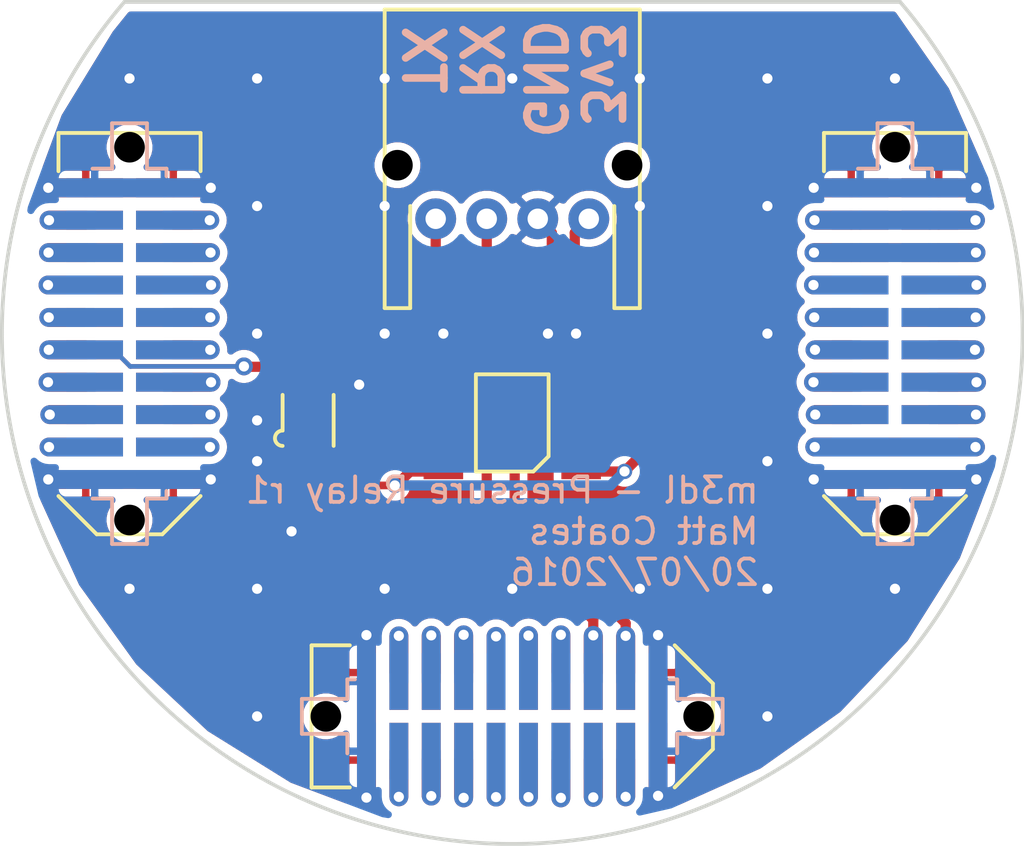
<source format=kicad_pcb>
(kicad_pcb (version 4) (host pcbnew 4.0.2+e4-6225~38~ubuntu14.04.1-stable)

  (general
    (links 98)
    (no_connects 0)
    (area 79.79 79.899999 120.100001 120.100001)
    (thickness 1.6)
    (drawings 9)
    (tracks 347)
    (zones 0)
    (modules 13)
    (nets 52)
  )

  (page A4)
  (layers
    (0 F.Cu signal)
    (31 B.Cu signal)
    (32 B.Adhes user)
    (33 F.Adhes user)
    (34 B.Paste user)
    (35 F.Paste user)
    (36 B.SilkS user hide)
    (37 F.SilkS user)
    (38 B.Mask user)
    (39 F.Mask user)
    (40 Dwgs.User user hide)
    (41 Cmts.User user)
    (42 Eco1.User user)
    (43 Eco2.User user)
    (44 Edge.Cuts user)
    (45 Margin user)
    (46 B.CrtYd user hide)
    (47 F.CrtYd user)
    (48 B.Fab user hide)
    (49 F.Fab user hide)
  )

  (setup
    (last_trace_width 0.18)
    (user_trace_width 0.2)
    (user_trace_width 0.25)
    (user_trace_width 0.3)
    (user_trace_width 0.4)
    (user_trace_width 0.45)
    (user_trace_width 0.74)
    (trace_clearance 0.16)
    (zone_clearance 0.3)
    (zone_45_only no)
    (trace_min 0.18)
    (segment_width 0.2)
    (edge_width 0.15)
    (via_size 0.6)
    (via_drill 0.4)
    (via_min_size 0.4)
    (via_min_drill 0.3)
    (user_via 0.6 0.4)
    (user_via 0.7 0.4)
    (user_via 0.8 0.4)
    (uvia_size 0.3)
    (uvia_drill 0.1)
    (uvias_allowed no)
    (uvia_min_size 0.2)
    (uvia_min_drill 0.1)
    (pcb_text_width 0.3)
    (pcb_text_size 1.5 1.5)
    (mod_edge_width 0.15)
    (mod_text_size 1 1)
    (mod_text_width 0.15)
    (pad_size 1.524 1.524)
    (pad_drill 0.762)
    (pad_to_mask_clearance 0)
    (aux_axis_origin 0 0)
    (visible_elements FFFFFF7F)
    (pcbplotparams
      (layerselection 0x010fc_80000001)
      (usegerberextensions true)
      (excludeedgelayer true)
      (linewidth 0.100000)
      (plotframeref false)
      (viasonmask false)
      (mode 1)
      (useauxorigin false)
      (hpglpennumber 1)
      (hpglpenspeed 20)
      (hpglpendiameter 15)
      (hpglpenoverlay 2)
      (psnegative false)
      (psa4output false)
      (plotreference false)
      (plotvalue false)
      (plotinvisibletext false)
      (padsonsilk false)
      (subtractmaskfromsilk true)
      (outputformat 1)
      (mirror false)
      (drillshape 0)
      (scaleselection 1)
      (outputdirectory gerbers/))
  )

  (net 0 "")
  (net 1 /3v3_DL)
  (net 2 GND)
  (net 3 3v3)
  (net 4 "Net-(IC1-Pad2)")
  (net 5 "Net-(IC1-Pad3)")
  (net 6 /TX)
  (net 7 /RX)
  (net 8 /PRESSURE2)
  (net 9 /PRESSURE1)
  (net 10 /3v3_IMU)
  (net 11 /JTMS)
  (net 12 /3v3_RADIO)
  (net 13 /JTCK)
  (net 14 /3v3_FC)
  (net 15 /JTDI)
  (net 16 /3v3_PYRO)
  (net 17 /JTDR)
  (net 18 /RSVD1)
  (net 19 /3v3_AUX1)
  (net 20 /5v_CAN)
  (net 21 /3v3_AUX2)
  (net 22 /CAN-)
  (net 23 /RSVD2)
  (net 24 /CAN+)
  (net 25 /PYRO_SO)
  (net 26 /PYRO_SI)
  (net 27 /5v_RADIO)
  (net 28 /PYRO1)
  (net 29 /5v_IMU)
  (net 30 /PYRO2)
  (net 31 /5v_AUX1)
  (net 32 /PYRO3)
  (net 33 /5v_AUX2)
  (net 34 /PYRO4)
  (net 35 /5v_CAM)
  (net 36 /PWR)
  (net 37 /CHARGE)
  (net 38 /PRESSURE3)
  (net 39 /STRAIN1)
  (net 40 /SPI1_SCK)
  (net 41 /STRAIN2)
  (net 42 /SPI1_MISO)
  (net 43 /STRAIN3)
  (net 44 /SPI1_MOSI)
  (net 45 /STRAIN4)
  (net 46 /PRESSURE4)
  (net 47 /STRAIN5)
  (net 48 /PRESSURE5)
  (net 49 /STRAIN6)
  (net 50 /TEMP_INT)
  (net 51 /SPI1_CS)

  (net_class Default "This is the default net class."
    (clearance 0.16)
    (trace_width 0.18)
    (via_dia 0.6)
    (via_drill 0.4)
    (uvia_dia 0.3)
    (uvia_drill 0.1)
    (add_net /3v3_AUX1)
    (add_net /3v3_AUX2)
    (add_net /3v3_DL)
    (add_net /3v3_FC)
    (add_net /3v3_IMU)
    (add_net /3v3_PYRO)
    (add_net /3v3_RADIO)
    (add_net /5v_AUX1)
    (add_net /5v_AUX2)
    (add_net /5v_CAM)
    (add_net /5v_CAN)
    (add_net /5v_IMU)
    (add_net /5v_RADIO)
    (add_net /CAN+)
    (add_net /CAN-)
    (add_net /CHARGE)
    (add_net /JTCK)
    (add_net /JTDI)
    (add_net /JTDR)
    (add_net /JTMS)
    (add_net /PRESSURE1)
    (add_net /PRESSURE2)
    (add_net /PRESSURE3)
    (add_net /PRESSURE4)
    (add_net /PRESSURE5)
    (add_net /PWR)
    (add_net /PYRO1)
    (add_net /PYRO2)
    (add_net /PYRO3)
    (add_net /PYRO4)
    (add_net /PYRO_SI)
    (add_net /PYRO_SO)
    (add_net /RSVD1)
    (add_net /RSVD2)
    (add_net /RX)
    (add_net /SPI1_CS)
    (add_net /SPI1_MISO)
    (add_net /SPI1_MOSI)
    (add_net /SPI1_SCK)
    (add_net /STRAIN1)
    (add_net /STRAIN2)
    (add_net /STRAIN3)
    (add_net /STRAIN4)
    (add_net /STRAIN5)
    (add_net /STRAIN6)
    (add_net /TEMP_INT)
    (add_net /TX)
    (add_net 3v3)
    (add_net GND)
    (add_net "Net-(IC1-Pad2)")
    (add_net "Net-(IC1-Pad3)")
  )

  (module agg:SOIC-8 (layer F.Cu) (tedit 5680BCD7) (tstamp 578F015F)
    (at 100 103.5 180)
    (path /578ED613)
    (fp_text reference IC2 (at 0 -3.45 180) (layer F.Fab)
      (effects (font (size 1 1) (thickness 0.15)))
    )
    (fp_text value ADuM1201 (at 0 3.45 180) (layer F.Fab)
      (effects (font (size 1 1) (thickness 0.15)))
    )
    (fp_line (start -2 -2.5) (end 2 -2.5) (layer F.Fab) (width 0.01))
    (fp_line (start 2 -2.5) (end 2 2.5) (layer F.Fab) (width 0.01))
    (fp_line (start 2 2.5) (end -2 2.5) (layer F.Fab) (width 0.01))
    (fp_line (start -2 2.5) (end -2 -2.5) (layer F.Fab) (width 0.01))
    (fp_circle (center -1.2 -1.7) (end -1.2 -1.3) (layer F.Fab) (width 0.01))
    (fp_line (start -3.1 -2.155) (end -2 -2.155) (layer F.Fab) (width 0.01))
    (fp_line (start -2 -1.655) (end -3.1 -1.655) (layer F.Fab) (width 0.01))
    (fp_line (start -3.1 -1.655) (end -3.1 -2.155) (layer F.Fab) (width 0.01))
    (fp_line (start -3.1 -0.885) (end -2 -0.885) (layer F.Fab) (width 0.01))
    (fp_line (start -2 -0.385) (end -3.1 -0.385) (layer F.Fab) (width 0.01))
    (fp_line (start -3.1 -0.385) (end -3.1 -0.885) (layer F.Fab) (width 0.01))
    (fp_line (start -3.1 0.385) (end -2 0.385) (layer F.Fab) (width 0.01))
    (fp_line (start -2 0.885) (end -3.1 0.885) (layer F.Fab) (width 0.01))
    (fp_line (start -3.1 0.885) (end -3.1 0.385) (layer F.Fab) (width 0.01))
    (fp_line (start -3.1 1.655) (end -2 1.655) (layer F.Fab) (width 0.01))
    (fp_line (start -2 2.155) (end -3.1 2.155) (layer F.Fab) (width 0.01))
    (fp_line (start -3.1 2.155) (end -3.1 1.655) (layer F.Fab) (width 0.01))
    (fp_line (start 2 1.655) (end 3.1 1.655) (layer F.Fab) (width 0.01))
    (fp_line (start 3.1 1.655) (end 3.1 2.155) (layer F.Fab) (width 0.01))
    (fp_line (start 3.1 2.155) (end 2 2.155) (layer F.Fab) (width 0.01))
    (fp_line (start 2 0.385) (end 3.1 0.385) (layer F.Fab) (width 0.01))
    (fp_line (start 3.1 0.385) (end 3.1 0.885) (layer F.Fab) (width 0.01))
    (fp_line (start 3.1 0.885) (end 2 0.885) (layer F.Fab) (width 0.01))
    (fp_line (start 2 -0.885) (end 3.1 -0.885) (layer F.Fab) (width 0.01))
    (fp_line (start 3.1 -0.885) (end 3.1 -0.385) (layer F.Fab) (width 0.01))
    (fp_line (start 3.1 -0.385) (end 2 -0.385) (layer F.Fab) (width 0.01))
    (fp_line (start 2 -2.155) (end 3.1 -2.155) (layer F.Fab) (width 0.01))
    (fp_line (start 3.1 -2.155) (end 3.1 -1.655) (layer F.Fab) (width 0.01))
    (fp_line (start 3.1 -1.655) (end 2 -1.655) (layer F.Fab) (width 0.01))
    (fp_line (start -0.825 -1.905) (end 1.425 -1.905) (layer F.SilkS) (width 0.15))
    (fp_line (start 1.425 -1.905) (end 1.425 1.905) (layer F.SilkS) (width 0.15))
    (fp_line (start 1.425 1.905) (end -1.425 1.905) (layer F.SilkS) (width 0.15))
    (fp_line (start -1.425 1.905) (end -1.425 -1.305) (layer F.SilkS) (width 0.15))
    (fp_line (start -1.425 -1.305) (end -0.825 -1.905) (layer F.SilkS) (width 0.15))
    (fp_line (start -3.75 -2.75) (end 3.75 -2.75) (layer F.CrtYd) (width 0.01))
    (fp_line (start 3.75 -2.75) (end 3.75 2.75) (layer F.CrtYd) (width 0.01))
    (fp_line (start 3.75 2.75) (end -3.75 2.75) (layer F.CrtYd) (width 0.01))
    (fp_line (start -3.75 2.75) (end -3.75 -2.75) (layer F.CrtYd) (width 0.01))
    (pad 1 smd rect (at -2.7 -1.905 180) (size 1.55 0.6) (layers F.Cu F.Paste F.Mask)
      (net 3 3v3))
    (pad 2 smd rect (at -2.7 -0.635 180) (size 1.55 0.6) (layers F.Cu F.Paste F.Mask)
      (net 6 /TX))
    (pad 3 smd rect (at -2.7 0.635 180) (size 1.55 0.6) (layers F.Cu F.Paste F.Mask)
      (net 7 /RX))
    (pad 4 smd rect (at -2.7 1.905 180) (size 1.55 0.6) (layers F.Cu F.Paste F.Mask)
      (net 2 GND))
    (pad 5 smd rect (at 2.7 1.905 180) (size 1.55 0.6) (layers F.Cu F.Paste F.Mask)
      (net 2 GND))
    (pad 6 smd rect (at 2.7 0.635 180) (size 1.55 0.6) (layers F.Cu F.Paste F.Mask)
      (net 8 /PRESSURE2))
    (pad 7 smd rect (at 2.7 -0.635 180) (size 1.55 0.6) (layers F.Cu F.Paste F.Mask)
      (net 9 /PRESSURE1))
    (pad 8 smd rect (at 2.7 -1.905 180) (size 1.55 0.6) (layers F.Cu F.Paste F.Mask)
      (net 3 3v3))
  )

  (module agg:0402-L (layer F.Cu) (tedit 568455D1) (tstamp 578F00E2)
    (at 91.5 101.3)
    (path /578EE372)
    (fp_text reference C1 (at -1.61 0 90) (layer F.Fab)
      (effects (font (size 1 1) (thickness 0.15)))
    )
    (fp_text value 1u (at 1.61 0 90) (layer F.Fab)
      (effects (font (size 1 1) (thickness 0.15)))
    )
    (fp_line (start -0.5 -0.25) (end 0.5 -0.25) (layer F.Fab) (width 0.01))
    (fp_line (start 0.5 -0.25) (end 0.5 0.25) (layer F.Fab) (width 0.01))
    (fp_line (start 0.5 0.25) (end -0.5 0.25) (layer F.Fab) (width 0.01))
    (fp_line (start -0.5 0.25) (end -0.5 -0.25) (layer F.Fab) (width 0.01))
    (fp_line (start -0.2 -0.25) (end -0.2 0.25) (layer F.Fab) (width 0.01))
    (fp_line (start 0.2 -0.25) (end 0.2 0.25) (layer F.Fab) (width 0.01))
    (fp_line (start -0.8 -0.4) (end 0.8 -0.4) (layer F.CrtYd) (width 0.01))
    (fp_line (start 0.8 -0.4) (end 0.8 0.4) (layer F.CrtYd) (width 0.01))
    (fp_line (start 0.8 0.4) (end -0.8 0.4) (layer F.CrtYd) (width 0.01))
    (fp_line (start -0.8 0.4) (end -0.8 -0.4) (layer F.CrtYd) (width 0.01))
    (pad 1 smd rect (at -0.4 0) (size 0.52 0.52) (layers F.Cu F.Paste F.Mask)
      (net 1 /3v3_DL))
    (pad 2 smd rect (at 0.4 0) (size 0.52 0.52) (layers F.Cu F.Paste F.Mask)
      (net 2 GND))
  )

  (module agg:0402-L (layer F.Cu) (tedit 568455D1) (tstamp 578F00F2)
    (at 91.35 106.35 270)
    (path /578EE37A)
    (fp_text reference C2 (at -1.61 0 360) (layer F.Fab)
      (effects (font (size 1 1) (thickness 0.15)))
    )
    (fp_text value 1u (at 1.61 0 360) (layer F.Fab)
      (effects (font (size 1 1) (thickness 0.15)))
    )
    (fp_line (start -0.5 -0.25) (end 0.5 -0.25) (layer F.Fab) (width 0.01))
    (fp_line (start 0.5 -0.25) (end 0.5 0.25) (layer F.Fab) (width 0.01))
    (fp_line (start 0.5 0.25) (end -0.5 0.25) (layer F.Fab) (width 0.01))
    (fp_line (start -0.5 0.25) (end -0.5 -0.25) (layer F.Fab) (width 0.01))
    (fp_line (start -0.2 -0.25) (end -0.2 0.25) (layer F.Fab) (width 0.01))
    (fp_line (start 0.2 -0.25) (end 0.2 0.25) (layer F.Fab) (width 0.01))
    (fp_line (start -0.8 -0.4) (end 0.8 -0.4) (layer F.CrtYd) (width 0.01))
    (fp_line (start 0.8 -0.4) (end 0.8 0.4) (layer F.CrtYd) (width 0.01))
    (fp_line (start 0.8 0.4) (end -0.8 0.4) (layer F.CrtYd) (width 0.01))
    (fp_line (start -0.8 0.4) (end -0.8 -0.4) (layer F.CrtYd) (width 0.01))
    (pad 1 smd rect (at -0.4 0 270) (size 0.52 0.52) (layers F.Cu F.Paste F.Mask)
      (net 3 3v3))
    (pad 2 smd rect (at 0.4 0 270) (size 0.52 0.52) (layers F.Cu F.Paste F.Mask)
      (net 2 GND))
  )

  (module agg:0402 (layer F.Cu) (tedit 56836635) (tstamp 578F0102)
    (at 102 97.1)
    (path /578EE3CE)
    (fp_text reference D1 (at -1.71 0 90) (layer F.Fab)
      (effects (font (size 1 1) (thickness 0.15)))
    )
    (fp_text value ESD_DIODE (at 1.71 0 90) (layer F.Fab)
      (effects (font (size 1 1) (thickness 0.15)))
    )
    (fp_line (start -0.5 -0.25) (end 0.5 -0.25) (layer F.Fab) (width 0.01))
    (fp_line (start 0.5 -0.25) (end 0.5 0.25) (layer F.Fab) (width 0.01))
    (fp_line (start 0.5 0.25) (end -0.5 0.25) (layer F.Fab) (width 0.01))
    (fp_line (start -0.5 0.25) (end -0.5 -0.25) (layer F.Fab) (width 0.01))
    (fp_line (start -0.2 -0.25) (end -0.2 0.25) (layer F.Fab) (width 0.01))
    (fp_line (start 0.2 -0.25) (end 0.2 0.25) (layer F.Fab) (width 0.01))
    (fp_line (start -1.05 -0.6) (end 1.05 -0.6) (layer F.CrtYd) (width 0.01))
    (fp_line (start 1.05 -0.6) (end 1.05 0.6) (layer F.CrtYd) (width 0.01))
    (fp_line (start 1.05 0.6) (end -1.05 0.6) (layer F.CrtYd) (width 0.01))
    (fp_line (start -1.05 0.6) (end -1.05 -0.6) (layer F.CrtYd) (width 0.01))
    (pad 1 smd rect (at -0.45 0) (size 0.62 0.62) (layers F.Cu F.Paste F.Mask)
      (net 2 GND))
    (pad 2 smd rect (at 0.45 0) (size 0.62 0.62) (layers F.Cu F.Paste F.Mask)
      (net 3 3v3))
  )

  (module agg:DFN-6-EP-ONSEMI (layer F.Cu) (tedit 57602F7F) (tstamp 578F012D)
    (at 92 103.4 90)
    (path /578EE390)
    (fp_text reference IC1 (at 0 -1.95 90) (layer F.Fab)
      (effects (font (size 1 1) (thickness 0.15)))
    )
    (fp_text value NCP380 (at 0 1.95 90) (layer F.Fab)
      (effects (font (size 1 1) (thickness 0.15)))
    )
    (fp_line (start -1 -1) (end 1 -1) (layer F.Fab) (width 0.01))
    (fp_line (start 1 -1) (end 1 1) (layer F.Fab) (width 0.01))
    (fp_line (start 1 1) (end -1 1) (layer F.Fab) (width 0.01))
    (fp_line (start -1 1) (end -1 -1) (layer F.Fab) (width 0.01))
    (fp_circle (center -0.2 -0.2) (end -0.2 0.2) (layer F.Fab) (width 0.01))
    (fp_line (start -0.65 -0.825) (end -1 -0.825) (layer F.Fab) (width 0.01))
    (fp_line (start -1 -0.475) (end -0.65 -0.475) (layer F.Fab) (width 0.01))
    (fp_line (start -0.65 -0.475) (end -0.65 -0.825) (layer F.Fab) (width 0.01))
    (fp_line (start -0.65 -0.175) (end -1 -0.175) (layer F.Fab) (width 0.01))
    (fp_line (start -1 0.175) (end -0.65 0.175) (layer F.Fab) (width 0.01))
    (fp_line (start -0.65 0.175) (end -0.65 -0.175) (layer F.Fab) (width 0.01))
    (fp_line (start -0.65 0.475) (end -1 0.475) (layer F.Fab) (width 0.01))
    (fp_line (start -1 0.825) (end -0.65 0.825) (layer F.Fab) (width 0.01))
    (fp_line (start -0.65 0.825) (end -0.65 0.475) (layer F.Fab) (width 0.01))
    (fp_line (start 1 0.475) (end 0.65 0.475) (layer F.Fab) (width 0.01))
    (fp_line (start 0.65 0.475) (end 0.65 0.825) (layer F.Fab) (width 0.01))
    (fp_line (start 0.65 0.825) (end 1 0.825) (layer F.Fab) (width 0.01))
    (fp_line (start 1 -0.175) (end 0.65 -0.175) (layer F.Fab) (width 0.01))
    (fp_line (start 0.65 -0.175) (end 0.65 0.175) (layer F.Fab) (width 0.01))
    (fp_line (start 0.65 0.175) (end 1 0.175) (layer F.Fab) (width 0.01))
    (fp_line (start 1 -0.825) (end 0.65 -0.825) (layer F.Fab) (width 0.01))
    (fp_line (start 0.65 -0.825) (end 0.65 -0.475) (layer F.Fab) (width 0.01))
    (fp_line (start 0.65 -0.475) (end 1 -0.475) (layer F.Fab) (width 0.01))
    (fp_line (start -0.4 -1) (end 1 -1) (layer F.SilkS) (width 0.15))
    (fp_line (start -1 1) (end 1 1) (layer F.SilkS) (width 0.15))
    (fp_arc (start -0.7 -1) (end -1 -1) (angle 180) (layer F.SilkS) (width 0.15))
    (fp_line (start -1.4 -1.25) (end 1.4 -1.25) (layer F.CrtYd) (width 0.01))
    (fp_line (start 1.4 -1.25) (end 1.4 1.25) (layer F.CrtYd) (width 0.01))
    (fp_line (start 1.4 1.25) (end -1.4 1.25) (layer F.CrtYd) (width 0.01))
    (fp_line (start -1.4 1.25) (end -1.4 -1.25) (layer F.CrtYd) (width 0.01))
    (pad 1 smd rect (at -0.915 -0.65 90) (size 0.47 0.4) (layers F.Cu F.Paste F.Mask)
      (net 3 3v3))
    (pad 2 smd rect (at -0.915 0 90) (size 0.47 0.4) (layers F.Cu F.Paste F.Mask)
      (net 4 "Net-(IC1-Pad2)"))
    (pad 3 smd rect (at -0.915 0.65 90) (size 0.47 0.4) (layers F.Cu F.Paste F.Mask)
      (net 5 "Net-(IC1-Pad3)"))
    (pad 4 smd rect (at 0.915 0.65 90) (size 0.47 0.4) (layers F.Cu F.Paste F.Mask)
      (net 2 GND))
    (pad 5 smd rect (at 0.915 0 90) (size 0.47 0.4) (layers F.Cu F.Paste F.Mask)
      (net 2 GND))
    (pad 6 smd rect (at 0.915 -0.65 90) (size 0.47 0.4) (layers F.Cu F.Paste F.Mask)
      (net 1 /3v3_DL))
    (pad EP smd rect (at 0 -0.35 90) (size 0.5 0.5) (layers F.Cu F.Paste)
      (net 2 GND) (solder_paste_margin 0.001))
    (pad EP smd rect (at 0 0.35 90) (size 0.5 0.5) (layers F.Cu F.Paste)
      (net 2 GND) (solder_paste_margin 0.001))
    (pad EP smd rect (at 0 0 90) (size 0.95 1.7) (layers F.Cu F.Mask)
      (net 2 GND) (solder_mask_margin 0.001))
  )

  (module agg:TFML-110-02-L-D (layer F.Cu) (tedit 56B15E0A) (tstamp 578F0185)
    (at 85 100 270)
    (path /578EE117)
    (fp_text reference J1 (at 0 -4.125 270) (layer F.Fab)
      (effects (font (size 1 1) (thickness 0.15)))
    )
    (fp_text value "WEST TOP" (at 0 4.125 270) (layer F.Fab)
      (effects (font (size 1 1) (thickness 0.15)))
    )
    (fp_line (start -7.94 -2.86) (end 7.94 -2.86) (layer F.Fab) (width 0.01))
    (fp_line (start 7.94 -2.86) (end 7.94 2.86) (layer F.Fab) (width 0.01))
    (fp_line (start 7.94 2.86) (end -7.94 2.86) (layer F.Fab) (width 0.01))
    (fp_line (start -7.94 2.86) (end -7.94 -2.86) (layer F.Fab) (width 0.01))
    (fp_line (start -8.6 -3.45) (end 8.6 -3.45) (layer F.CrtYd) (width 0.01))
    (fp_line (start 8.6 -3.45) (end 8.6 3.45) (layer F.CrtYd) (width 0.01))
    (fp_line (start 8.6 3.45) (end -8.6 3.45) (layer F.CrtYd) (width 0.01))
    (fp_line (start -8.6 3.45) (end -8.6 -3.45) (layer F.CrtYd) (width 0.01))
    (fp_line (start -6.365 -2.785) (end -7.865 -2.785) (layer F.SilkS) (width 0.15))
    (fp_line (start -7.865 -2.785) (end -7.865 2.785) (layer F.SilkS) (width 0.15))
    (fp_line (start -7.865 2.785) (end -6.365 2.785) (layer F.SilkS) (width 0.15))
    (fp_line (start 6.365 2.785) (end 7.865 1.285) (layer F.SilkS) (width 0.15))
    (fp_line (start 7.865 1.285) (end 7.865 -1.285) (layer F.SilkS) (width 0.15))
    (fp_line (start 7.865 -1.285) (end 6.365 -2.785) (layer F.SilkS) (width 0.15))
    (pad 1 smd rect (at -5.715 1.715 270) (size 0.74 2.92) (layers F.Cu F.Paste F.Mask)
      (net 2 GND))
    (pad 2 smd rect (at -5.715 -1.715 270) (size 0.74 2.92) (layers F.Cu F.Paste F.Mask)
      (net 2 GND))
    (pad 3 smd rect (at -4.445 1.715 270) (size 0.74 2.92) (layers F.Cu F.Paste F.Mask)
      (net 10 /3v3_IMU))
    (pad 4 smd rect (at -4.445 -1.715 270) (size 0.74 2.92) (layers F.Cu F.Paste F.Mask)
      (net 11 /JTMS))
    (pad 5 smd rect (at -3.175 1.715 270) (size 0.74 2.92) (layers F.Cu F.Paste F.Mask)
      (net 12 /3v3_RADIO))
    (pad 6 smd rect (at -3.175 -1.715 270) (size 0.74 2.92) (layers F.Cu F.Paste F.Mask)
      (net 13 /JTCK))
    (pad 7 smd rect (at -1.905 1.715 270) (size 0.74 2.92) (layers F.Cu F.Paste F.Mask)
      (net 14 /3v3_FC))
    (pad 8 smd rect (at -1.905 -1.715 270) (size 0.74 2.92) (layers F.Cu F.Paste F.Mask)
      (net 15 /JTDI))
    (pad 9 smd rect (at -0.635 1.715 270) (size 0.74 2.92) (layers F.Cu F.Paste F.Mask)
      (net 16 /3v3_PYRO))
    (pad 10 smd rect (at -0.635 -1.715 270) (size 0.74 2.92) (layers F.Cu F.Paste F.Mask)
      (net 17 /JTDR))
    (pad 11 smd rect (at 0.635 1.715 270) (size 0.74 2.92) (layers F.Cu F.Paste F.Mask)
      (net 1 /3v3_DL))
    (pad 12 smd rect (at 0.635 -1.715 270) (size 0.74 2.92) (layers F.Cu F.Paste F.Mask)
      (net 18 /RSVD1))
    (pad 13 smd rect (at 1.905 1.715 270) (size 0.74 2.92) (layers F.Cu F.Paste F.Mask)
      (net 19 /3v3_AUX1))
    (pad 14 smd rect (at 1.905 -1.715 270) (size 0.74 2.92) (layers F.Cu F.Paste F.Mask)
      (net 20 /5v_CAN))
    (pad 15 smd rect (at 3.175 1.715 270) (size 0.74 2.92) (layers F.Cu F.Paste F.Mask)
      (net 21 /3v3_AUX2))
    (pad 16 smd rect (at 3.175 -1.715 270) (size 0.74 2.92) (layers F.Cu F.Paste F.Mask)
      (net 22 /CAN-))
    (pad 17 smd rect (at 4.445 1.715 270) (size 0.74 2.92) (layers F.Cu F.Paste F.Mask)
      (net 23 /RSVD2))
    (pad 18 smd rect (at 4.445 -1.715 270) (size 0.74 2.92) (layers F.Cu F.Paste F.Mask)
      (net 24 /CAN+))
    (pad 19 smd rect (at 5.715 1.715 270) (size 0.74 2.92) (layers F.Cu F.Paste F.Mask)
      (net 2 GND))
    (pad 20 smd rect (at 5.715 -1.715 270) (size 0.74 2.92) (layers F.Cu F.Paste F.Mask)
      (net 2 GND))
  )

  (module agg:TFML-110-02-L-D (layer F.Cu) (tedit 56B15E0A) (tstamp 578F01AB)
    (at 115 100 270)
    (path /578EE0D9)
    (fp_text reference J2 (at 0 -4.125 270) (layer F.Fab)
      (effects (font (size 1 1) (thickness 0.15)))
    )
    (fp_text value "EAST TOP" (at 0 4.125 270) (layer F.Fab)
      (effects (font (size 1 1) (thickness 0.15)))
    )
    (fp_line (start -7.94 -2.86) (end 7.94 -2.86) (layer F.Fab) (width 0.01))
    (fp_line (start 7.94 -2.86) (end 7.94 2.86) (layer F.Fab) (width 0.01))
    (fp_line (start 7.94 2.86) (end -7.94 2.86) (layer F.Fab) (width 0.01))
    (fp_line (start -7.94 2.86) (end -7.94 -2.86) (layer F.Fab) (width 0.01))
    (fp_line (start -8.6 -3.45) (end 8.6 -3.45) (layer F.CrtYd) (width 0.01))
    (fp_line (start 8.6 -3.45) (end 8.6 3.45) (layer F.CrtYd) (width 0.01))
    (fp_line (start 8.6 3.45) (end -8.6 3.45) (layer F.CrtYd) (width 0.01))
    (fp_line (start -8.6 3.45) (end -8.6 -3.45) (layer F.CrtYd) (width 0.01))
    (fp_line (start -6.365 -2.785) (end -7.865 -2.785) (layer F.SilkS) (width 0.15))
    (fp_line (start -7.865 -2.785) (end -7.865 2.785) (layer F.SilkS) (width 0.15))
    (fp_line (start -7.865 2.785) (end -6.365 2.785) (layer F.SilkS) (width 0.15))
    (fp_line (start 6.365 2.785) (end 7.865 1.285) (layer F.SilkS) (width 0.15))
    (fp_line (start 7.865 1.285) (end 7.865 -1.285) (layer F.SilkS) (width 0.15))
    (fp_line (start 7.865 -1.285) (end 6.365 -2.785) (layer F.SilkS) (width 0.15))
    (pad 1 smd rect (at -5.715 1.715 270) (size 0.74 2.92) (layers F.Cu F.Paste F.Mask)
      (net 2 GND))
    (pad 2 smd rect (at -5.715 -1.715 270) (size 0.74 2.92) (layers F.Cu F.Paste F.Mask)
      (net 2 GND))
    (pad 3 smd rect (at -4.445 1.715 270) (size 0.74 2.92) (layers F.Cu F.Paste F.Mask)
      (net 25 /PYRO_SO))
    (pad 4 smd rect (at -4.445 -1.715 270) (size 0.74 2.92) (layers F.Cu F.Paste F.Mask)
      (net 25 /PYRO_SO))
    (pad 5 smd rect (at -3.175 1.715 270) (size 0.74 2.92) (layers F.Cu F.Paste F.Mask)
      (net 26 /PYRO_SI))
    (pad 6 smd rect (at -3.175 -1.715 270) (size 0.74 2.92) (layers F.Cu F.Paste F.Mask)
      (net 26 /PYRO_SI))
    (pad 7 smd rect (at -1.905 1.715 270) (size 0.74 2.92) (layers F.Cu F.Paste F.Mask)
      (net 27 /5v_RADIO))
    (pad 8 smd rect (at -1.905 -1.715 270) (size 0.74 2.92) (layers F.Cu F.Paste F.Mask)
      (net 28 /PYRO1))
    (pad 9 smd rect (at -0.635 1.715 270) (size 0.74 2.92) (layers F.Cu F.Paste F.Mask)
      (net 29 /5v_IMU))
    (pad 10 smd rect (at -0.635 -1.715 270) (size 0.74 2.92) (layers F.Cu F.Paste F.Mask)
      (net 30 /PYRO2))
    (pad 11 smd rect (at 0.635 1.715 270) (size 0.74 2.92) (layers F.Cu F.Paste F.Mask)
      (net 31 /5v_AUX1))
    (pad 12 smd rect (at 0.635 -1.715 270) (size 0.74 2.92) (layers F.Cu F.Paste F.Mask)
      (net 32 /PYRO3))
    (pad 13 smd rect (at 1.905 1.715 270) (size 0.74 2.92) (layers F.Cu F.Paste F.Mask)
      (net 33 /5v_AUX2))
    (pad 14 smd rect (at 1.905 -1.715 270) (size 0.74 2.92) (layers F.Cu F.Paste F.Mask)
      (net 34 /PYRO4))
    (pad 15 smd rect (at 3.175 1.715 270) (size 0.74 2.92) (layers F.Cu F.Paste F.Mask)
      (net 35 /5v_CAM))
    (pad 16 smd rect (at 3.175 -1.715 270) (size 0.74 2.92) (layers F.Cu F.Paste F.Mask)
      (net 36 /PWR))
    (pad 17 smd rect (at 4.445 1.715 270) (size 0.74 2.92) (layers F.Cu F.Paste F.Mask)
      (net 37 /CHARGE))
    (pad 18 smd rect (at 4.445 -1.715 270) (size 0.74 2.92) (layers F.Cu F.Paste F.Mask)
      (net 37 /CHARGE))
    (pad 19 smd rect (at 5.715 1.715 270) (size 0.74 2.92) (layers F.Cu F.Paste F.Mask)
      (net 2 GND))
    (pad 20 smd rect (at 5.715 -1.715 270) (size 0.74 2.92) (layers F.Cu F.Paste F.Mask)
      (net 2 GND))
  )

  (module agg:SFML-110-02-L-D-LC (layer B.Cu) (tedit 56B16747) (tstamp 578F01E1)
    (at 85 100 270)
    (path /578EE11E)
    (fp_text reference J3 (at 0 4.125 270) (layer B.Fab)
      (effects (font (size 1 1) (thickness 0.15)) (justify mirror))
    )
    (fp_text value "WEST BOT" (at 0 -4.125 270) (layer B.Fab)
      (effects (font (size 1 1) (thickness 0.15)) (justify mirror))
    )
    (fp_line (start -6.54 1.525) (end 6.54 1.525) (layer B.Fab) (width 0.01))
    (fp_line (start 6.54 1.525) (end 6.54 0.76) (layer B.Fab) (width 0.01))
    (fp_line (start 6.54 0.76) (end 8.32 0.76) (layer B.Fab) (width 0.01))
    (fp_line (start 8.32 0.76) (end 8.32 -0.76) (layer B.Fab) (width 0.01))
    (fp_line (start 8.32 -0.76) (end 6.54 -0.76) (layer B.Fab) (width 0.01))
    (fp_line (start 6.54 -0.76) (end 6.54 -1.525) (layer B.Fab) (width 0.01))
    (fp_line (start 6.54 -1.525) (end -6.54 -1.525) (layer B.Fab) (width 0.01))
    (fp_line (start -6.54 -1.525) (end -6.54 -0.76) (layer B.Fab) (width 0.01))
    (fp_line (start -6.54 -0.76) (end -8.32 -0.76) (layer B.Fab) (width 0.01))
    (fp_line (start -8.32 -0.76) (end -8.32 0.76) (layer B.Fab) (width 0.01))
    (fp_line (start -8.32 0.76) (end -6.54 0.76) (layer B.Fab) (width 0.01))
    (fp_line (start -6.54 0.76) (end -6.54 1.525) (layer B.Fab) (width 0.01))
    (fp_line (start -8.6 3.45) (end 8.6 3.45) (layer B.CrtYd) (width 0.01))
    (fp_line (start 8.6 3.45) (end 8.6 -3.45) (layer B.CrtYd) (width 0.01))
    (fp_line (start 8.6 -3.45) (end -8.6 -3.45) (layer B.CrtYd) (width 0.01))
    (fp_line (start -8.6 -3.45) (end -8.6 3.45) (layer B.CrtYd) (width 0.01))
    (fp_line (start 6.465 1.45) (end 6.465 0.685) (layer B.SilkS) (width 0.15))
    (fp_line (start 6.465 0.685) (end 8.245 0.685) (layer B.SilkS) (width 0.15))
    (fp_line (start 8.245 0.685) (end 8.245 -0.685) (layer B.SilkS) (width 0.15))
    (fp_line (start 8.245 -0.685) (end 6.465 -0.685) (layer B.SilkS) (width 0.15))
    (fp_line (start 6.465 -0.685) (end 6.465 -1.45) (layer B.SilkS) (width 0.15))
    (fp_line (start 6.465 -1.45) (end 6.165 -1.45) (layer B.SilkS) (width 0.15))
    (fp_line (start -6.165 -1.45) (end -6.465 -1.45) (layer B.SilkS) (width 0.15))
    (fp_line (start -6.465 -1.45) (end -6.465 -0.685) (layer B.SilkS) (width 0.15))
    (fp_line (start -6.465 -0.685) (end -8.245 -0.685) (layer B.SilkS) (width 0.15))
    (fp_line (start -8.245 -0.685) (end -8.245 0.685) (layer B.SilkS) (width 0.15))
    (fp_line (start -8.245 0.685) (end -6.465 0.685) (layer B.SilkS) (width 0.15))
    (fp_line (start -6.465 0.685) (end -6.465 1.45) (layer B.SilkS) (width 0.15))
    (pad 1 smd rect (at -5.715 1.365 270) (size 0.74 2.22) (layers B.Cu B.Paste B.Mask)
      (net 2 GND))
    (pad 2 smd rect (at -5.715 -1.365 270) (size 0.74 2.22) (layers B.Cu B.Paste B.Mask)
      (net 2 GND))
    (pad 3 smd rect (at -4.445 1.365 270) (size 0.74 2.22) (layers B.Cu B.Paste B.Mask)
      (net 10 /3v3_IMU))
    (pad 4 smd rect (at -4.445 -1.365 270) (size 0.74 2.22) (layers B.Cu B.Paste B.Mask)
      (net 11 /JTMS))
    (pad 5 smd rect (at -3.175 1.365 270) (size 0.74 2.22) (layers B.Cu B.Paste B.Mask)
      (net 12 /3v3_RADIO))
    (pad 6 smd rect (at -3.175 -1.365 270) (size 0.74 2.22) (layers B.Cu B.Paste B.Mask)
      (net 13 /JTCK))
    (pad 7 smd rect (at -1.905 1.365 270) (size 0.74 2.22) (layers B.Cu B.Paste B.Mask)
      (net 14 /3v3_FC))
    (pad 8 smd rect (at -1.905 -1.365 270) (size 0.74 2.22) (layers B.Cu B.Paste B.Mask)
      (net 15 /JTDI))
    (pad 9 smd rect (at -0.635 1.365 270) (size 0.74 2.22) (layers B.Cu B.Paste B.Mask)
      (net 16 /3v3_PYRO))
    (pad 10 smd rect (at -0.635 -1.365 270) (size 0.74 2.22) (layers B.Cu B.Paste B.Mask)
      (net 17 /JTDR))
    (pad 11 smd rect (at 0.635 1.365 270) (size 0.74 2.22) (layers B.Cu B.Paste B.Mask)
      (net 1 /3v3_DL))
    (pad 12 smd rect (at 0.635 -1.365 270) (size 0.74 2.22) (layers B.Cu B.Paste B.Mask)
      (net 18 /RSVD1))
    (pad 13 smd rect (at 1.905 1.365 270) (size 0.74 2.22) (layers B.Cu B.Paste B.Mask)
      (net 19 /3v3_AUX1))
    (pad 14 smd rect (at 1.905 -1.365 270) (size 0.74 2.22) (layers B.Cu B.Paste B.Mask)
      (net 20 /5v_CAN))
    (pad 15 smd rect (at 3.175 1.365 270) (size 0.74 2.22) (layers B.Cu B.Paste B.Mask)
      (net 21 /3v3_AUX2))
    (pad 16 smd rect (at 3.175 -1.365 270) (size 0.74 2.22) (layers B.Cu B.Paste B.Mask)
      (net 22 /CAN-))
    (pad 17 smd rect (at 4.445 1.365 270) (size 0.74 2.22) (layers B.Cu B.Paste B.Mask)
      (net 23 /RSVD2))
    (pad 18 smd rect (at 4.445 -1.365 270) (size 0.74 2.22) (layers B.Cu B.Paste B.Mask)
      (net 24 /CAN+))
    (pad 19 smd rect (at 5.715 1.365 270) (size 0.74 2.22) (layers B.Cu B.Paste B.Mask)
      (net 2 GND))
    (pad 20 smd rect (at 5.715 -1.365 270) (size 0.74 2.22) (layers B.Cu B.Paste B.Mask)
      (net 2 GND))
    (pad "" np_thru_hole circle (at 7.305 0 270) (size 1.2 1.2) (drill 1.2) (layers *.Mask))
    (pad "" np_thru_hole circle (at -7.305 0 270) (size 1.2 1.2) (drill 1.2) (layers *.Mask))
  )

  (module agg:S04B-PASK-2 (layer F.Cu) (tedit 56875938) (tstamp 578F021A)
    (at 100 95.5)
    (path /578ED8D7)
    (fp_text reference J4 (at 0 -9.15) (layer F.Fab)
      (effects (font (size 1 1) (thickness 0.15)))
    )
    (fp_text value UART (at 0 4.45) (layer F.Fab)
      (effects (font (size 1 1) (thickness 0.15)))
    )
    (fp_line (start -5 -8.2) (end 5 -8.2) (layer F.SilkS) (width 0.15))
    (fp_line (start 5 -8.2) (end 5 3.5) (layer F.SilkS) (width 0.15))
    (fp_line (start 5 3.5) (end 4 3.5) (layer F.SilkS) (width 0.15))
    (fp_line (start 4 3.5) (end 4 -0.5) (layer F.SilkS) (width 0.15))
    (fp_line (start -5 -8.2) (end -5 3.5) (layer F.SilkS) (width 0.15))
    (fp_line (start -5 3.5) (end -4 3.5) (layer F.SilkS) (width 0.15))
    (fp_line (start -4 3.5) (end -4 -0.5) (layer F.SilkS) (width 0.15))
    (fp_line (start -5 -8.2) (end 5 -8.2) (layer F.Fab) (width 0.01))
    (fp_line (start 5 -8.2) (end 5 3.5) (layer F.Fab) (width 0.01))
    (fp_line (start 5 3.5) (end 4 3.5) (layer F.Fab) (width 0.01))
    (fp_line (start 4 3.5) (end 4 -0.5) (layer F.Fab) (width 0.01))
    (fp_line (start 4 -0.5) (end -4 -0.5) (layer F.Fab) (width 0.01))
    (fp_line (start -5 -8.2) (end -5 3.5) (layer F.Fab) (width 0.01))
    (fp_line (start -5 3.5) (end -4 3.5) (layer F.Fab) (width 0.01))
    (fp_line (start -4 3.5) (end -4 -0.5) (layer F.Fab) (width 0.01))
    (fp_line (start 4.4 -2.5) (end 5 -2.5) (layer F.Fab) (width 0.01))
    (fp_line (start 5 -2.5) (end 5 -1.7) (layer F.Fab) (width 0.01))
    (fp_line (start 5 -1.7) (end 4.4 -1.7) (layer F.Fab) (width 0.01))
    (fp_line (start 4.4 -1.7) (end 4.4 -2.5) (layer F.Fab) (width 0.01))
    (fp_line (start -5 -2.5) (end -4.4 -2.5) (layer F.Fab) (width 0.01))
    (fp_line (start -4.4 -2.5) (end -4.4 -1.7) (layer F.Fab) (width 0.01))
    (fp_line (start -4.4 -1.7) (end -5 -1.7) (layer F.Fab) (width 0.01))
    (fp_line (start -5 -1.7) (end -5 -2.5) (layer F.Fab) (width 0.01))
    (fp_line (start 2.75 -0.5) (end 3.25 -0.5) (layer F.Fab) (width 0.01))
    (fp_line (start 3.25 -0.5) (end 3.25 0.25) (layer F.Fab) (width 0.01))
    (fp_line (start 3.25 0.25) (end 2.75 0.25) (layer F.Fab) (width 0.01))
    (fp_line (start 2.75 0.25) (end 2.75 -0.5) (layer F.Fab) (width 0.01))
    (fp_line (start 2.75 -0.25) (end 3.25 -0.25) (layer F.Fab) (width 0.01))
    (fp_line (start 0.75 -0.5) (end 1.25 -0.5) (layer F.Fab) (width 0.01))
    (fp_line (start 1.25 -0.5) (end 1.25 0.25) (layer F.Fab) (width 0.01))
    (fp_line (start 1.25 0.25) (end 0.75 0.25) (layer F.Fab) (width 0.01))
    (fp_line (start 0.75 0.25) (end 0.75 -0.5) (layer F.Fab) (width 0.01))
    (fp_line (start 0.75 -0.25) (end 1.25 -0.25) (layer F.Fab) (width 0.01))
    (fp_line (start -1.25 -0.5) (end -0.75 -0.5) (layer F.Fab) (width 0.01))
    (fp_line (start -0.75 -0.5) (end -0.75 0.25) (layer F.Fab) (width 0.01))
    (fp_line (start -0.75 0.25) (end -1.25 0.25) (layer F.Fab) (width 0.01))
    (fp_line (start -1.25 0.25) (end -1.25 -0.5) (layer F.Fab) (width 0.01))
    (fp_line (start -1.25 -0.25) (end -0.75 -0.25) (layer F.Fab) (width 0.01))
    (fp_line (start -3.25 -0.5) (end -2.75 -0.5) (layer F.Fab) (width 0.01))
    (fp_line (start -2.75 -0.5) (end -2.75 0.25) (layer F.Fab) (width 0.01))
    (fp_line (start -2.75 0.25) (end -3.25 0.25) (layer F.Fab) (width 0.01))
    (fp_line (start -3.25 0.25) (end -3.25 -0.5) (layer F.Fab) (width 0.01))
    (fp_line (start -3.25 -0.25) (end -2.75 -0.25) (layer F.Fab) (width 0.01))
    (fp_line (start -5.25 -8.45) (end 5.25 -8.45) (layer F.CrtYd) (width 0.01))
    (fp_line (start 5.25 -8.45) (end 5.25 3.75) (layer F.CrtYd) (width 0.01))
    (fp_line (start 5.25 3.75) (end -5.25 3.75) (layer F.CrtYd) (width 0.01))
    (fp_line (start -5.25 3.75) (end -5.25 -8.45) (layer F.CrtYd) (width 0.01))
    (pad "" np_thru_hole circle (at 4.5 -2.1) (size 1.2 1.2) (drill 1.2) (layers *.Mask))
    (pad "" np_thru_hole circle (at -4.5 -2.1) (size 1.2 1.2) (drill 1.2) (layers *.Mask))
    (pad 1 thru_hole circle (at 3 0) (size 1.6 1.6) (drill 0.8) (layers *.Cu *.Mask)
      (net 3 3v3))
    (pad 2 thru_hole circle (at 1 0) (size 1.6 1.6) (drill 0.8) (layers *.Cu *.Mask)
      (net 2 GND))
    (pad 3 thru_hole circle (at -1 0) (size 1.6 1.6) (drill 0.8) (layers *.Cu *.Mask)
      (net 7 /RX))
    (pad 4 thru_hole circle (at -3 0) (size 1.6 1.6) (drill 0.8) (layers *.Cu *.Mask)
      (net 6 /TX))
  )

  (module agg:SFML-110-02-L-D-LC (layer B.Cu) (tedit 56B16747) (tstamp 578F0250)
    (at 115 100 270)
    (path /578EE100)
    (fp_text reference J5 (at 0 4.125 270) (layer B.Fab)
      (effects (font (size 1 1) (thickness 0.15)) (justify mirror))
    )
    (fp_text value "EAST BOT" (at 0 -4.125 270) (layer B.Fab)
      (effects (font (size 1 1) (thickness 0.15)) (justify mirror))
    )
    (fp_line (start -6.54 1.525) (end 6.54 1.525) (layer B.Fab) (width 0.01))
    (fp_line (start 6.54 1.525) (end 6.54 0.76) (layer B.Fab) (width 0.01))
    (fp_line (start 6.54 0.76) (end 8.32 0.76) (layer B.Fab) (width 0.01))
    (fp_line (start 8.32 0.76) (end 8.32 -0.76) (layer B.Fab) (width 0.01))
    (fp_line (start 8.32 -0.76) (end 6.54 -0.76) (layer B.Fab) (width 0.01))
    (fp_line (start 6.54 -0.76) (end 6.54 -1.525) (layer B.Fab) (width 0.01))
    (fp_line (start 6.54 -1.525) (end -6.54 -1.525) (layer B.Fab) (width 0.01))
    (fp_line (start -6.54 -1.525) (end -6.54 -0.76) (layer B.Fab) (width 0.01))
    (fp_line (start -6.54 -0.76) (end -8.32 -0.76) (layer B.Fab) (width 0.01))
    (fp_line (start -8.32 -0.76) (end -8.32 0.76) (layer B.Fab) (width 0.01))
    (fp_line (start -8.32 0.76) (end -6.54 0.76) (layer B.Fab) (width 0.01))
    (fp_line (start -6.54 0.76) (end -6.54 1.525) (layer B.Fab) (width 0.01))
    (fp_line (start -8.6 3.45) (end 8.6 3.45) (layer B.CrtYd) (width 0.01))
    (fp_line (start 8.6 3.45) (end 8.6 -3.45) (layer B.CrtYd) (width 0.01))
    (fp_line (start 8.6 -3.45) (end -8.6 -3.45) (layer B.CrtYd) (width 0.01))
    (fp_line (start -8.6 -3.45) (end -8.6 3.45) (layer B.CrtYd) (width 0.01))
    (fp_line (start 6.465 1.45) (end 6.465 0.685) (layer B.SilkS) (width 0.15))
    (fp_line (start 6.465 0.685) (end 8.245 0.685) (layer B.SilkS) (width 0.15))
    (fp_line (start 8.245 0.685) (end 8.245 -0.685) (layer B.SilkS) (width 0.15))
    (fp_line (start 8.245 -0.685) (end 6.465 -0.685) (layer B.SilkS) (width 0.15))
    (fp_line (start 6.465 -0.685) (end 6.465 -1.45) (layer B.SilkS) (width 0.15))
    (fp_line (start 6.465 -1.45) (end 6.165 -1.45) (layer B.SilkS) (width 0.15))
    (fp_line (start -6.165 -1.45) (end -6.465 -1.45) (layer B.SilkS) (width 0.15))
    (fp_line (start -6.465 -1.45) (end -6.465 -0.685) (layer B.SilkS) (width 0.15))
    (fp_line (start -6.465 -0.685) (end -8.245 -0.685) (layer B.SilkS) (width 0.15))
    (fp_line (start -8.245 -0.685) (end -8.245 0.685) (layer B.SilkS) (width 0.15))
    (fp_line (start -8.245 0.685) (end -6.465 0.685) (layer B.SilkS) (width 0.15))
    (fp_line (start -6.465 0.685) (end -6.465 1.45) (layer B.SilkS) (width 0.15))
    (pad 1 smd rect (at -5.715 1.365 270) (size 0.74 2.22) (layers B.Cu B.Paste B.Mask)
      (net 2 GND))
    (pad 2 smd rect (at -5.715 -1.365 270) (size 0.74 2.22) (layers B.Cu B.Paste B.Mask)
      (net 2 GND))
    (pad 3 smd rect (at -4.445 1.365 270) (size 0.74 2.22) (layers B.Cu B.Paste B.Mask)
      (net 25 /PYRO_SO))
    (pad 4 smd rect (at -4.445 -1.365 270) (size 0.74 2.22) (layers B.Cu B.Paste B.Mask)
      (net 25 /PYRO_SO))
    (pad 5 smd rect (at -3.175 1.365 270) (size 0.74 2.22) (layers B.Cu B.Paste B.Mask)
      (net 26 /PYRO_SI))
    (pad 6 smd rect (at -3.175 -1.365 270) (size 0.74 2.22) (layers B.Cu B.Paste B.Mask)
      (net 26 /PYRO_SI))
    (pad 7 smd rect (at -1.905 1.365 270) (size 0.74 2.22) (layers B.Cu B.Paste B.Mask)
      (net 27 /5v_RADIO))
    (pad 8 smd rect (at -1.905 -1.365 270) (size 0.74 2.22) (layers B.Cu B.Paste B.Mask)
      (net 28 /PYRO1))
    (pad 9 smd rect (at -0.635 1.365 270) (size 0.74 2.22) (layers B.Cu B.Paste B.Mask)
      (net 29 /5v_IMU))
    (pad 10 smd rect (at -0.635 -1.365 270) (size 0.74 2.22) (layers B.Cu B.Paste B.Mask)
      (net 30 /PYRO2))
    (pad 11 smd rect (at 0.635 1.365 270) (size 0.74 2.22) (layers B.Cu B.Paste B.Mask)
      (net 31 /5v_AUX1))
    (pad 12 smd rect (at 0.635 -1.365 270) (size 0.74 2.22) (layers B.Cu B.Paste B.Mask)
      (net 32 /PYRO3))
    (pad 13 smd rect (at 1.905 1.365 270) (size 0.74 2.22) (layers B.Cu B.Paste B.Mask)
      (net 33 /5v_AUX2))
    (pad 14 smd rect (at 1.905 -1.365 270) (size 0.74 2.22) (layers B.Cu B.Paste B.Mask)
      (net 34 /PYRO4))
    (pad 15 smd rect (at 3.175 1.365 270) (size 0.74 2.22) (layers B.Cu B.Paste B.Mask)
      (net 35 /5v_CAM))
    (pad 16 smd rect (at 3.175 -1.365 270) (size 0.74 2.22) (layers B.Cu B.Paste B.Mask)
      (net 36 /PWR))
    (pad 17 smd rect (at 4.445 1.365 270) (size 0.74 2.22) (layers B.Cu B.Paste B.Mask)
      (net 37 /CHARGE))
    (pad 18 smd rect (at 4.445 -1.365 270) (size 0.74 2.22) (layers B.Cu B.Paste B.Mask)
      (net 37 /CHARGE))
    (pad 19 smd rect (at 5.715 1.365 270) (size 0.74 2.22) (layers B.Cu B.Paste B.Mask)
      (net 2 GND))
    (pad 20 smd rect (at 5.715 -1.365 270) (size 0.74 2.22) (layers B.Cu B.Paste B.Mask)
      (net 2 GND))
    (pad "" np_thru_hole circle (at 7.305 0 270) (size 1.2 1.2) (drill 1.2) (layers *.Mask))
    (pad "" np_thru_hole circle (at -7.305 0 270) (size 1.2 1.2) (drill 1.2) (layers *.Mask))
  )

  (module agg:TFML-110-02-L-D (layer F.Cu) (tedit 56B15E0A) (tstamp 578F0276)
    (at 100 115)
    (path /578EE27E)
    (fp_text reference J6 (at 0 -4.125) (layer F.Fab)
      (effects (font (size 1 1) (thickness 0.15)))
    )
    (fp_text value "SOUTH TOP" (at 0 4.125) (layer F.Fab)
      (effects (font (size 1 1) (thickness 0.15)))
    )
    (fp_line (start -7.94 -2.86) (end 7.94 -2.86) (layer F.Fab) (width 0.01))
    (fp_line (start 7.94 -2.86) (end 7.94 2.86) (layer F.Fab) (width 0.01))
    (fp_line (start 7.94 2.86) (end -7.94 2.86) (layer F.Fab) (width 0.01))
    (fp_line (start -7.94 2.86) (end -7.94 -2.86) (layer F.Fab) (width 0.01))
    (fp_line (start -8.6 -3.45) (end 8.6 -3.45) (layer F.CrtYd) (width 0.01))
    (fp_line (start 8.6 -3.45) (end 8.6 3.45) (layer F.CrtYd) (width 0.01))
    (fp_line (start 8.6 3.45) (end -8.6 3.45) (layer F.CrtYd) (width 0.01))
    (fp_line (start -8.6 3.45) (end -8.6 -3.45) (layer F.CrtYd) (width 0.01))
    (fp_line (start -6.365 -2.785) (end -7.865 -2.785) (layer F.SilkS) (width 0.15))
    (fp_line (start -7.865 -2.785) (end -7.865 2.785) (layer F.SilkS) (width 0.15))
    (fp_line (start -7.865 2.785) (end -6.365 2.785) (layer F.SilkS) (width 0.15))
    (fp_line (start 6.365 2.785) (end 7.865 1.285) (layer F.SilkS) (width 0.15))
    (fp_line (start 7.865 1.285) (end 7.865 -1.285) (layer F.SilkS) (width 0.15))
    (fp_line (start 7.865 -1.285) (end 6.365 -2.785) (layer F.SilkS) (width 0.15))
    (pad 1 smd rect (at -5.715 1.715) (size 0.74 2.92) (layers F.Cu F.Paste F.Mask)
      (net 2 GND))
    (pad 2 smd rect (at -5.715 -1.715) (size 0.74 2.92) (layers F.Cu F.Paste F.Mask)
      (net 2 GND))
    (pad 3 smd rect (at -4.445 1.715) (size 0.74 2.92) (layers F.Cu F.Paste F.Mask)
      (net 38 /PRESSURE3))
    (pad 4 smd rect (at -4.445 -1.715) (size 0.74 2.92) (layers F.Cu F.Paste F.Mask)
      (net 39 /STRAIN1))
    (pad 5 smd rect (at -3.175 1.715) (size 0.74 2.92) (layers F.Cu F.Paste F.Mask)
      (net 40 /SPI1_SCK))
    (pad 6 smd rect (at -3.175 -1.715) (size 0.74 2.92) (layers F.Cu F.Paste F.Mask)
      (net 41 /STRAIN2))
    (pad 7 smd rect (at -1.905 1.715) (size 0.74 2.92) (layers F.Cu F.Paste F.Mask)
      (net 42 /SPI1_MISO))
    (pad 8 smd rect (at -1.905 -1.715) (size 0.74 2.92) (layers F.Cu F.Paste F.Mask)
      (net 43 /STRAIN3))
    (pad 9 smd rect (at -0.635 1.715) (size 0.74 2.92) (layers F.Cu F.Paste F.Mask)
      (net 44 /SPI1_MOSI))
    (pad 10 smd rect (at -0.635 -1.715) (size 0.74 2.92) (layers F.Cu F.Paste F.Mask)
      (net 45 /STRAIN4))
    (pad 11 smd rect (at 0.635 1.715) (size 0.74 2.92) (layers F.Cu F.Paste F.Mask)
      (net 46 /PRESSURE4))
    (pad 12 smd rect (at 0.635 -1.715) (size 0.74 2.92) (layers F.Cu F.Paste F.Mask)
      (net 47 /STRAIN5))
    (pad 13 smd rect (at 1.905 1.715) (size 0.74 2.92) (layers F.Cu F.Paste F.Mask)
      (net 48 /PRESSURE5))
    (pad 14 smd rect (at 1.905 -1.715) (size 0.74 2.92) (layers F.Cu F.Paste F.Mask)
      (net 49 /STRAIN6))
    (pad 15 smd rect (at 3.175 1.715) (size 0.74 2.92) (layers F.Cu F.Paste F.Mask)
      (net 50 /TEMP_INT))
    (pad 16 smd rect (at 3.175 -1.715) (size 0.74 2.92) (layers F.Cu F.Paste F.Mask)
      (net 9 /PRESSURE1))
    (pad 17 smd rect (at 4.445 1.715) (size 0.74 2.92) (layers F.Cu F.Paste F.Mask)
      (net 51 /SPI1_CS))
    (pad 18 smd rect (at 4.445 -1.715) (size 0.74 2.92) (layers F.Cu F.Paste F.Mask)
      (net 8 /PRESSURE2))
    (pad 19 smd rect (at 5.715 1.715) (size 0.74 2.92) (layers F.Cu F.Paste F.Mask)
      (net 2 GND))
    (pad 20 smd rect (at 5.715 -1.715) (size 0.74 2.92) (layers F.Cu F.Paste F.Mask)
      (net 2 GND))
  )

  (module agg:SFML-110-02-L-D-LC (layer B.Cu) (tedit 56B16747) (tstamp 578F02AC)
    (at 100 115)
    (path /578EE28B)
    (fp_text reference J7 (at 0 4.125) (layer B.Fab)
      (effects (font (size 1 1) (thickness 0.15)) (justify mirror))
    )
    (fp_text value "SOUTH BOT" (at 0 -4.125) (layer B.Fab)
      (effects (font (size 1 1) (thickness 0.15)) (justify mirror))
    )
    (fp_line (start -6.54 1.525) (end 6.54 1.525) (layer B.Fab) (width 0.01))
    (fp_line (start 6.54 1.525) (end 6.54 0.76) (layer B.Fab) (width 0.01))
    (fp_line (start 6.54 0.76) (end 8.32 0.76) (layer B.Fab) (width 0.01))
    (fp_line (start 8.32 0.76) (end 8.32 -0.76) (layer B.Fab) (width 0.01))
    (fp_line (start 8.32 -0.76) (end 6.54 -0.76) (layer B.Fab) (width 0.01))
    (fp_line (start 6.54 -0.76) (end 6.54 -1.525) (layer B.Fab) (width 0.01))
    (fp_line (start 6.54 -1.525) (end -6.54 -1.525) (layer B.Fab) (width 0.01))
    (fp_line (start -6.54 -1.525) (end -6.54 -0.76) (layer B.Fab) (width 0.01))
    (fp_line (start -6.54 -0.76) (end -8.32 -0.76) (layer B.Fab) (width 0.01))
    (fp_line (start -8.32 -0.76) (end -8.32 0.76) (layer B.Fab) (width 0.01))
    (fp_line (start -8.32 0.76) (end -6.54 0.76) (layer B.Fab) (width 0.01))
    (fp_line (start -6.54 0.76) (end -6.54 1.525) (layer B.Fab) (width 0.01))
    (fp_line (start -8.6 3.45) (end 8.6 3.45) (layer B.CrtYd) (width 0.01))
    (fp_line (start 8.6 3.45) (end 8.6 -3.45) (layer B.CrtYd) (width 0.01))
    (fp_line (start 8.6 -3.45) (end -8.6 -3.45) (layer B.CrtYd) (width 0.01))
    (fp_line (start -8.6 -3.45) (end -8.6 3.45) (layer B.CrtYd) (width 0.01))
    (fp_line (start 6.465 1.45) (end 6.465 0.685) (layer B.SilkS) (width 0.15))
    (fp_line (start 6.465 0.685) (end 8.245 0.685) (layer B.SilkS) (width 0.15))
    (fp_line (start 8.245 0.685) (end 8.245 -0.685) (layer B.SilkS) (width 0.15))
    (fp_line (start 8.245 -0.685) (end 6.465 -0.685) (layer B.SilkS) (width 0.15))
    (fp_line (start 6.465 -0.685) (end 6.465 -1.45) (layer B.SilkS) (width 0.15))
    (fp_line (start 6.465 -1.45) (end 6.165 -1.45) (layer B.SilkS) (width 0.15))
    (fp_line (start -6.165 -1.45) (end -6.465 -1.45) (layer B.SilkS) (width 0.15))
    (fp_line (start -6.465 -1.45) (end -6.465 -0.685) (layer B.SilkS) (width 0.15))
    (fp_line (start -6.465 -0.685) (end -8.245 -0.685) (layer B.SilkS) (width 0.15))
    (fp_line (start -8.245 -0.685) (end -8.245 0.685) (layer B.SilkS) (width 0.15))
    (fp_line (start -8.245 0.685) (end -6.465 0.685) (layer B.SilkS) (width 0.15))
    (fp_line (start -6.465 0.685) (end -6.465 1.45) (layer B.SilkS) (width 0.15))
    (pad 1 smd rect (at -5.715 1.365) (size 0.74 2.22) (layers B.Cu B.Paste B.Mask)
      (net 2 GND))
    (pad 2 smd rect (at -5.715 -1.365) (size 0.74 2.22) (layers B.Cu B.Paste B.Mask)
      (net 2 GND))
    (pad 3 smd rect (at -4.445 1.365) (size 0.74 2.22) (layers B.Cu B.Paste B.Mask)
      (net 38 /PRESSURE3))
    (pad 4 smd rect (at -4.445 -1.365) (size 0.74 2.22) (layers B.Cu B.Paste B.Mask)
      (net 39 /STRAIN1))
    (pad 5 smd rect (at -3.175 1.365) (size 0.74 2.22) (layers B.Cu B.Paste B.Mask)
      (net 40 /SPI1_SCK))
    (pad 6 smd rect (at -3.175 -1.365) (size 0.74 2.22) (layers B.Cu B.Paste B.Mask)
      (net 41 /STRAIN2))
    (pad 7 smd rect (at -1.905 1.365) (size 0.74 2.22) (layers B.Cu B.Paste B.Mask)
      (net 42 /SPI1_MISO))
    (pad 8 smd rect (at -1.905 -1.365) (size 0.74 2.22) (layers B.Cu B.Paste B.Mask)
      (net 43 /STRAIN3))
    (pad 9 smd rect (at -0.635 1.365) (size 0.74 2.22) (layers B.Cu B.Paste B.Mask)
      (net 44 /SPI1_MOSI))
    (pad 10 smd rect (at -0.635 -1.365) (size 0.74 2.22) (layers B.Cu B.Paste B.Mask)
      (net 45 /STRAIN4))
    (pad 11 smd rect (at 0.635 1.365) (size 0.74 2.22) (layers B.Cu B.Paste B.Mask)
      (net 46 /PRESSURE4))
    (pad 12 smd rect (at 0.635 -1.365) (size 0.74 2.22) (layers B.Cu B.Paste B.Mask)
      (net 47 /STRAIN5))
    (pad 13 smd rect (at 1.905 1.365) (size 0.74 2.22) (layers B.Cu B.Paste B.Mask)
      (net 48 /PRESSURE5))
    (pad 14 smd rect (at 1.905 -1.365) (size 0.74 2.22) (layers B.Cu B.Paste B.Mask)
      (net 49 /STRAIN6))
    (pad 15 smd rect (at 3.175 1.365) (size 0.74 2.22) (layers B.Cu B.Paste B.Mask)
      (net 50 /TEMP_INT))
    (pad 16 smd rect (at 3.175 -1.365) (size 0.74 2.22) (layers B.Cu B.Paste B.Mask)
      (net 9 /PRESSURE1))
    (pad 17 smd rect (at 4.445 1.365) (size 0.74 2.22) (layers B.Cu B.Paste B.Mask)
      (net 51 /SPI1_CS))
    (pad 18 smd rect (at 4.445 -1.365) (size 0.74 2.22) (layers B.Cu B.Paste B.Mask)
      (net 8 /PRESSURE2))
    (pad 19 smd rect (at 5.715 1.365) (size 0.74 2.22) (layers B.Cu B.Paste B.Mask)
      (net 2 GND))
    (pad 20 smd rect (at 5.715 -1.365) (size 0.74 2.22) (layers B.Cu B.Paste B.Mask)
      (net 2 GND))
    (pad "" np_thru_hole circle (at 7.305 0) (size 1.2 1.2) (drill 1.2) (layers *.Mask))
    (pad "" np_thru_hole circle (at -7.305 0) (size 1.2 1.2) (drill 1.2) (layers *.Mask))
  )

  (module agg:0402-L (layer F.Cu) (tedit 568455D1) (tstamp 578F02BC)
    (at 94 103.4 90)
    (path /578EE382)
    (fp_text reference R1 (at -1.61 0 180) (layer F.Fab)
      (effects (font (size 1 1) (thickness 0.15)))
    )
    (fp_text value 110k (at 1.61 0 180) (layer F.Fab)
      (effects (font (size 1 1) (thickness 0.15)))
    )
    (fp_line (start -0.5 -0.25) (end 0.5 -0.25) (layer F.Fab) (width 0.01))
    (fp_line (start 0.5 -0.25) (end 0.5 0.25) (layer F.Fab) (width 0.01))
    (fp_line (start 0.5 0.25) (end -0.5 0.25) (layer F.Fab) (width 0.01))
    (fp_line (start -0.5 0.25) (end -0.5 -0.25) (layer F.Fab) (width 0.01))
    (fp_line (start -0.2 -0.25) (end -0.2 0.25) (layer F.Fab) (width 0.01))
    (fp_line (start 0.2 -0.25) (end 0.2 0.25) (layer F.Fab) (width 0.01))
    (fp_line (start -0.8 -0.4) (end 0.8 -0.4) (layer F.CrtYd) (width 0.01))
    (fp_line (start 0.8 -0.4) (end 0.8 0.4) (layer F.CrtYd) (width 0.01))
    (fp_line (start 0.8 0.4) (end -0.8 0.4) (layer F.CrtYd) (width 0.01))
    (fp_line (start -0.8 0.4) (end -0.8 -0.4) (layer F.CrtYd) (width 0.01))
    (pad 1 smd rect (at -0.4 0 90) (size 0.52 0.52) (layers F.Cu F.Paste F.Mask)
      (net 4 "Net-(IC1-Pad2)"))
    (pad 2 smd rect (at 0.4 0 90) (size 0.52 0.52) (layers F.Cu F.Paste F.Mask)
      (net 2 GND))
  )

  (gr_text "m3dl - Pressure Relay r1\nMatt Coates\n20/07/2016\n" (at 109.75 107.75) (layer B.SilkS)
    (effects (font (size 1 1) (thickness 0.15)) (justify left mirror))
  )
  (gr_text 3v3 (at 103.5 92 270) (layer B.SilkS) (tstamp 578F0AC1)
    (effects (font (size 1.5 1.5) (thickness 0.3)) (justify left mirror))
  )
  (gr_text GND (at 101.25 92.5 270) (layer B.SilkS)
    (effects (font (size 1.5 1.5) (thickness 0.3)) (justify left mirror))
  )
  (gr_text RX (at 98.75 91 270) (layer B.SilkS)
    (effects (font (size 1.5 1.5) (thickness 0.3)) (justify left mirror))
  )
  (gr_text TX (at 96.5 90.75 270) (layer B.SilkS)
    (effects (font (size 1.5 1.5) (thickness 0.3)) (justify left mirror))
  )
  (gr_line (start 84.8 87) (end 115.2 87) (layer Edge.Cuts) (width 0.15))
  (gr_arc (start 100 100) (end 115.2 87) (angle 261.0783035) (layer Edge.Cuts) (width 0.15))
  (gr_circle (center 100 100) (end 120 100) (layer Dwgs.User) (width 0.2))
  (gr_line (start 84 87) (end 117 87) (layer Dwgs.User) (width 0.2))

  (segment (start 83.285 100.635) (end 81.835 100.635) (width 0.74) (layer F.Cu) (net 1))
  (segment (start 85.024999 101.284999) (end 84.375 100.635) (width 0.18) (layer B.Cu) (net 1))
  (segment (start 84.375 100.635) (end 83.635 100.635) (width 0.18) (layer B.Cu) (net 1))
  (segment (start 83.635 100.635) (end 81.835 100.635) (width 0.74) (layer B.Cu) (net 1))
  (segment (start 85.054999 101.284999) (end 85.055008 101.28499) (width 0.18) (layer B.Cu) (net 1))
  (segment (start 85.055008 101.28499) (end 89.48499 101.28499) (width 0.18) (layer B.Cu) (net 1))
  (segment (start 85.024999 101.284999) (end 85.054999 101.284999) (width 0.18) (layer B.Cu) (net 1))
  (segment (start 84.375 100.635) (end 85.02499 101.28499) (width 0.18) (layer F.Cu) (net 1))
  (segment (start 85.02499 101.28499) (end 89.48499 101.28499) (width 0.18) (layer F.Cu) (net 1))
  (segment (start 91.1 101.3) (end 89.5 101.3) (width 0.4) (layer F.Cu) (net 1))
  (segment (start 89.5 101.3) (end 89.48499 101.28499) (width 0.4) (layer F.Cu) (net 1))
  (segment (start 91.35 102.485) (end 91.35 101.875) (width 0.3) (layer F.Cu) (net 1))
  (segment (start 91.35 101.875) (end 91.1 101.625) (width 0.3) (layer F.Cu) (net 1))
  (segment (start 91.1 101.625) (end 91.1 101.3) (width 0.3) (layer F.Cu) (net 1))
  (via (at 89.48499 101.28499) (size 0.7) (drill 0.4) (layers F.Cu B.Cu) (net 1))
  (segment (start 83.285 100.635) (end 84.375 100.635) (width 0.2) (layer F.Cu) (net 1))
  (via (at 81.835 100.635) (size 0.7) (drill 0.4) (layers F.Cu B.Cu) (net 1))
  (segment (start 85 110) (end 90 115) (width 0.18) (layer F.Cu) (net 2))
  (via (at 90 115) (size 0.6) (drill 0.4) (layers F.Cu B.Cu) (net 2))
  (segment (start 90 110) (end 85 110) (width 0.18) (layer B.Cu) (net 2))
  (via (at 85 110) (size 0.6) (drill 0.4) (layers F.Cu B.Cu) (net 2))
  (segment (start 95 110) (end 100 110) (width 0.18) (layer F.Cu) (net 2))
  (via (at 100 110) (size 0.6) (drill 0.4) (layers F.Cu B.Cu) (net 2))
  (segment (start 90 110) (end 95 110) (width 0.18) (layer B.Cu) (net 2))
  (via (at 95 110) (size 0.6) (drill 0.4) (layers F.Cu B.Cu) (net 2))
  (segment (start 90 105) (end 90 110) (width 0.18) (layer F.Cu) (net 2))
  (via (at 90 110) (size 0.6) (drill 0.4) (layers F.Cu B.Cu) (net 2))
  (segment (start 102.5 100) (end 101.4 100) (width 0.18) (layer F.Cu) (net 2))
  (via (at 101.4 100) (size 0.6) (drill 0.4) (layers F.Cu B.Cu) (net 2))
  (via (at 97.3 100) (size 0.6) (drill 0.4) (layers F.Cu B.Cu) (net 2))
  (segment (start 97.3 101.595) (end 97.3 100) (width 0.18) (layer F.Cu) (net 2))
  (segment (start 90 105) (end 90 103.4) (width 0.18) (layer B.Cu) (net 2))
  (segment (start 90 103.4) (end 90 102.5) (width 0.18) (layer B.Cu) (net 2))
  (segment (start 90.97 103.4) (end 90 103.4) (width 0.18) (layer F.Cu) (net 2))
  (via (at 90 103.4) (size 0.6) (drill 0.4) (layers F.Cu B.Cu) (net 2))
  (segment (start 92 103.4) (end 90.97 103.4) (width 0.18) (layer F.Cu) (net 2))
  (via (at 91.35 107.75) (size 0.6) (drill 0.4) (layers F.Cu B.Cu) (net 2))
  (segment (start 91.35 106.75) (end 91.35 107.75) (width 0.18) (layer F.Cu) (net 2))
  (segment (start 94 103) (end 94 102) (width 0.18) (layer F.Cu) (net 2))
  (via (at 94 102) (size 0.6) (drill 0.4) (layers F.Cu B.Cu) (net 2))
  (segment (start 102.5 100) (end 105 100) (width 0.18) (layer B.Cu) (net 2))
  (segment (start 110 90) (end 115 90) (width 0.18) (layer F.Cu) (net 2))
  (via (at 115 90) (size 0.6) (drill 0.4) (layers F.Cu B.Cu) (net 2))
  (segment (start 90 95) (end 95 95) (width 0.18) (layer B.Cu) (net 2))
  (via (at 95 95) (size 0.6) (drill 0.4) (layers F.Cu B.Cu) (net 2))
  (segment (start 90 90) (end 90 95) (width 0.18) (layer F.Cu) (net 2))
  (via (at 90 95) (size 0.6) (drill 0.4) (layers F.Cu B.Cu) (net 2))
  (segment (start 85 90) (end 90 90) (width 0.18) (layer B.Cu) (net 2))
  (via (at 90 90) (size 0.6) (drill 0.4) (layers F.Cu B.Cu) (net 2))
  (segment (start 90 90) (end 85 90) (width 0.18) (layer F.Cu) (net 2))
  (via (at 85 90) (size 0.6) (drill 0.4) (layers F.Cu B.Cu) (net 2))
  (segment (start 95 90) (end 90 90) (width 0.18) (layer F.Cu) (net 2))
  (segment (start 100 90) (end 95 90) (width 0.18) (layer B.Cu) (net 2))
  (via (at 95 90) (size 0.6) (drill 0.4) (layers F.Cu B.Cu) (net 2))
  (segment (start 105 90) (end 100 90) (width 0.18) (layer F.Cu) (net 2))
  (via (at 100 90) (size 0.6) (drill 0.4) (layers F.Cu B.Cu) (net 2))
  (segment (start 110 90) (end 105 90) (width 0.18) (layer B.Cu) (net 2))
  (via (at 105 90) (size 0.6) (drill 0.4) (layers F.Cu B.Cu) (net 2))
  (segment (start 105 95) (end 110 90) (width 0.18) (layer F.Cu) (net 2))
  (via (at 110 90) (size 0.6) (drill 0.4) (layers F.Cu B.Cu) (net 2))
  (segment (start 110 95) (end 105 95) (width 0.18) (layer B.Cu) (net 2))
  (via (at 105 95) (size 0.6) (drill 0.4) (layers F.Cu B.Cu) (net 2))
  (segment (start 110 100) (end 110 95) (width 0.18) (layer B.Cu) (net 2))
  (via (at 110 95) (size 0.6) (drill 0.4) (layers F.Cu B.Cu) (net 2))
  (segment (start 110 105) (end 110 100) (width 0.18) (layer F.Cu) (net 2))
  (via (at 110 100) (size 0.6) (drill 0.4) (layers F.Cu B.Cu) (net 2))
  (segment (start 110 110) (end 110 105) (width 0.18) (layer B.Cu) (net 2))
  (via (at 110 105) (size 0.6) (drill 0.4) (layers F.Cu B.Cu) (net 2))
  (via (at 115 110) (size 0.6) (drill 0.4) (layers F.Cu B.Cu) (net 2))
  (segment (start 110 115) (end 115 110) (width 0.18) (layer B.Cu) (net 2))
  (segment (start 110 110) (end 110 115) (width 0.18) (layer F.Cu) (net 2))
  (via (at 110 115) (size 0.6) (drill 0.4) (layers F.Cu B.Cu) (net 2))
  (via (at 110 110) (size 0.6) (drill 0.4) (layers F.Cu B.Cu) (net 2))
  (segment (start 105 110) (end 110 110) (width 0.18) (layer F.Cu) (net 2))
  (segment (start 105.715 110.715) (end 105 110) (width 0.18) (layer B.Cu) (net 2))
  (via (at 105 110) (size 0.6) (drill 0.4) (layers F.Cu B.Cu) (net 2))
  (segment (start 105.715 111.815) (end 105.715 110.715) (width 0.18) (layer B.Cu) (net 2))
  (segment (start 97.5 107.5) (end 102.5 107.5) (width 0.18) (layer B.Cu) (net 2))
  (segment (start 102.7 101.595) (end 102.7 100.2) (width 0.18) (layer F.Cu) (net 2))
  (segment (start 102.7 100.2) (end 102.5 100) (width 0.18) (layer F.Cu) (net 2))
  (via (at 102.5 100) (size 0.6) (drill 0.4) (layers F.Cu B.Cu) (net 2))
  (segment (start 95 107.5) (end 97.5 107.5) (width 0.18) (layer B.Cu) (net 2))
  (via (at 90 105) (size 0.6) (drill 0.4) (layers F.Cu B.Cu) (net 2))
  (segment (start 90 107.5) (end 90 105) (width 0.18) (layer B.Cu) (net 2))
  (segment (start 92.5 107.5) (end 90 107.5) (width 0.18) (layer B.Cu) (net 2))
  (segment (start 92.5 107.5) (end 95 107.5) (width 0.18) (layer B.Cu) (net 2))
  (segment (start 91.66 107.5) (end 92.5 107.5) (width 0.18) (layer F.Cu) (net 2))
  (segment (start 91.35 106.75) (end 91.35 107.19) (width 0.18) (layer F.Cu) (net 2))
  (segment (start 91.35 107.19) (end 91.66 107.5) (width 0.18) (layer F.Cu) (net 2))
  (via (at 90 100) (size 0.6) (drill 0.4) (layers F.Cu B.Cu) (net 2))
  (segment (start 92.5 100) (end 90 100) (width 0.18) (layer B.Cu) (net 2))
  (segment (start 95 100) (end 97.5 100) (width 0.18) (layer B.Cu) (net 2))
  (segment (start 95 100) (end 92.5 100) (width 0.18) (layer B.Cu) (net 2))
  (via (at 95 100) (size 0.6) (drill 0.4) (layers F.Cu B.Cu) (net 2))
  (segment (start 95.905 101.595) (end 95 102.5) (width 0.18) (layer F.Cu) (net 2))
  (segment (start 97.3 101.595) (end 95.905 101.595) (width 0.18) (layer F.Cu) (net 2))
  (segment (start 101.55 97.1) (end 101.55 96.05) (width 0.4) (layer F.Cu) (net 2))
  (segment (start 101.55 96.05) (end 101 95.5) (width 0.4) (layer F.Cu) (net 2))
  (segment (start 92.75 101.5) (end 92.55 101.3) (width 0.2) (layer F.Cu) (net 2))
  (segment (start 92.55 101.3) (end 91.9 101.3) (width 0.2) (layer F.Cu) (net 2))
  (segment (start 92.75 101.75) (end 92.75 101.5) (width 0.2) (layer F.Cu) (net 2))
  (segment (start 92.65 101.85) (end 92.75 101.75) (width 0.2) (layer F.Cu) (net 2))
  (segment (start 92.65 102.485) (end 92.65 101.85) (width 0.2) (layer F.Cu) (net 2))
  (segment (start 92 103.4) (end 92.15 103.4) (width 0.2) (layer F.Cu) (net 2))
  (segment (start 92.15 103.4) (end 92.65 102.9) (width 0.2) (layer F.Cu) (net 2))
  (segment (start 92.65 102.485) (end 92.65 102.9) (width 0.3) (layer F.Cu) (net 2))
  (segment (start 92 102.485) (end 92 103.4) (width 0.3) (layer F.Cu) (net 2))
  (segment (start 116.365 94.285) (end 118.185 94.285) (width 0.74) (layer B.Cu) (net 2))
  (segment (start 113.635 94.285) (end 116.365 94.285) (width 0.74) (layer B.Cu) (net 2))
  (segment (start 111.815 94.285) (end 113.635 94.285) (width 0.74) (layer B.Cu) (net 2))
  (segment (start 111.815 105.715) (end 113.635 105.715) (width 0.74) (layer B.Cu) (net 2))
  (segment (start 116.365 105.715) (end 113.635 105.715) (width 0.74) (layer B.Cu) (net 2))
  (segment (start 118.185 105.715) (end 116.365 105.715) (width 0.74) (layer B.Cu) (net 2))
  (via (at 118.185 105.715) (size 0.7) (drill 0.4) (layers F.Cu B.Cu) (net 2))
  (segment (start 116.715 105.715) (end 118.185 105.715) (width 0.74) (layer F.Cu) (net 2))
  (via (at 118.185 94.285) (size 0.7) (drill 0.4) (layers F.Cu B.Cu) (net 2))
  (segment (start 116.715 94.285) (end 118.185 94.285) (width 0.74) (layer F.Cu) (net 2))
  (segment (start 113.285 94.285) (end 116.715 94.285) (width 0.74) (layer F.Cu) (net 2))
  (via (at 111.815 94.285) (size 0.7) (drill 0.4) (layers F.Cu B.Cu) (net 2))
  (segment (start 113.285 94.285) (end 111.815 94.285) (width 0.74) (layer F.Cu) (net 2))
  (via (at 111.815 105.715) (size 0.7) (drill 0.4) (layers F.Cu B.Cu) (net 2))
  (segment (start 113.285 105.715) (end 111.815 105.715) (width 0.74) (layer F.Cu) (net 2))
  (segment (start 113.285 105.715) (end 116.715 105.715) (width 0.74) (layer F.Cu) (net 2))
  (segment (start 94.285 111.815) (end 94.285 118.185) (width 0.74) (layer F.Cu) (net 2))
  (segment (start 105.715 111.815) (end 105.715 113.285) (width 0.74) (layer F.Cu) (net 2))
  (segment (start 105.715 118.115) (end 105.715 116.715) (width 0.74) (layer F.Cu) (net 2))
  (segment (start 105.715 116.715) (end 105.715 113.285) (width 0.74) (layer F.Cu) (net 2))
  (via (at 94.285 118.185) (size 0.7) (drill 0.4) (layers F.Cu B.Cu) (net 2))
  (segment (start 94.285 116.365) (end 94.285 118.185) (width 0.74) (layer B.Cu) (net 2))
  (via (at 105.715 118.115) (size 0.7) (drill 0.4) (layers F.Cu B.Cu) (net 2))
  (segment (start 105.715 116.365) (end 105.715 118.115) (width 0.74) (layer B.Cu) (net 2))
  (segment (start 105.715 113.635) (end 105.715 116.365) (width 0.74) (layer B.Cu) (net 2))
  (via (at 105.715 111.815) (size 0.7) (drill 0.4) (layers F.Cu B.Cu) (net 2))
  (segment (start 105.715 113.635) (end 105.715 111.815) (width 0.74) (layer B.Cu) (net 2))
  (via (at 94.285 111.815) (size 0.7) (drill 0.4) (layers F.Cu B.Cu) (net 2))
  (segment (start 94.285 113.635) (end 94.285 111.815) (width 0.74) (layer B.Cu) (net 2))
  (segment (start 94.285 116.365) (end 94.285 113.635) (width 0.74) (layer B.Cu) (net 2))
  (segment (start 81.815 105.715) (end 88.185 105.715) (width 0.74) (layer F.Cu) (net 2))
  (segment (start 83.635 105.715) (end 86.365 105.715) (width 0.74) (layer B.Cu) (net 2))
  (via (at 81.815 105.715) (size 0.7) (drill 0.4) (layers F.Cu B.Cu) (net 2))
  (segment (start 83.635 105.715) (end 81.815 105.715) (width 0.74) (layer B.Cu) (net 2))
  (via (at 88.185 105.715) (size 0.7) (drill 0.4) (layers F.Cu B.Cu) (net 2))
  (segment (start 86.365 105.715) (end 88.185 105.715) (width 0.74) (layer B.Cu) (net 2))
  (segment (start 88.185 94.285) (end 86.365 94.285) (width 0.74) (layer B.Cu) (net 2))
  (via (at 88.185 94.285) (size 0.7) (drill 0.4) (layers F.Cu B.Cu) (net 2))
  (segment (start 86.715 94.285) (end 88.185 94.285) (width 0.74) (layer F.Cu) (net 2))
  (segment (start 83.285 94.285) (end 86.715 94.285) (width 0.74) (layer F.Cu) (net 2))
  (segment (start 81.815 94.285) (end 83.285 94.285) (width 0.74) (layer F.Cu) (net 2))
  (via (at 81.815 94.285) (size 0.7) (drill 0.4) (layers F.Cu B.Cu) (net 2))
  (segment (start 83.635 94.285) (end 81.815 94.285) (width 0.74) (layer B.Cu) (net 2))
  (segment (start 83.635 94.285) (end 86.365 94.285) (width 0.74) (layer B.Cu) (net 2))
  (segment (start 104.4 105.4) (end 105 104.8) (width 0.4) (layer F.Cu) (net 3))
  (segment (start 102.7 105.405) (end 104.395 105.405) (width 0.4) (layer F.Cu) (net 3))
  (segment (start 104.395 105.405) (end 104.4 105.4) (width 0.4) (layer F.Cu) (net 3))
  (segment (start 103.85 105.95) (end 104.4 105.4) (width 0.4) (layer B.Cu) (net 3))
  (via (at 104.4 105.4) (size 0.6) (drill 0.4) (layers F.Cu B.Cu) (net 3))
  (segment (start 95.4 105.95) (end 103.85 105.95) (width 0.4) (layer B.Cu) (net 3))
  (segment (start 102.45 97.1) (end 102.45 96.05) (width 0.4) (layer F.Cu) (net 3))
  (segment (start 102.45 96.05) (end 103 95.5) (width 0.4) (layer F.Cu) (net 3))
  (segment (start 105 104.8) (end 105 101.05) (width 0.4) (layer F.Cu) (net 3))
  (segment (start 105 101.05) (end 102.45 98.5) (width 0.4) (layer F.Cu) (net 3))
  (segment (start 102.45 98.5) (end 102.45 97.1) (width 0.4) (layer F.Cu) (net 3))
  (segment (start 95.45 105.95) (end 95.995 105.405) (width 0.4) (layer F.Cu) (net 3))
  (segment (start 94.55 105.95) (end 95.45 105.95) (width 0.3) (layer F.Cu) (net 3))
  (segment (start 91.35 105.95) (end 94.55 105.95) (width 0.3) (layer F.Cu) (net 3))
  (segment (start 91.35 104.85) (end 91.35 105.95) (width 0.3) (layer F.Cu) (net 3))
  (segment (start 95.995 105.405) (end 97.3 105.405) (width 0.4) (layer F.Cu) (net 3))
  (segment (start 102.17 105.405) (end 102.7 105.405) (width 0.3) (layer F.Cu) (net 3))
  (via (at 95.4 105.95) (size 0.6) (drill 0.4) (layers F.Cu B.Cu) (net 3))
  (segment (start 91.35 104.85) (end 91.35 104.315) (width 0.3) (layer F.Cu) (net 3))
  (segment (start 93.625 105) (end 94 104.625) (width 0.3) (layer F.Cu) (net 4))
  (segment (start 94 104.625) (end 94 103.8) (width 0.3) (layer F.Cu) (net 4))
  (segment (start 92.275 105) (end 93.625 105) (width 0.3) (layer F.Cu) (net 4))
  (segment (start 92 104.725) (end 92.275 105) (width 0.3) (layer F.Cu) (net 4))
  (segment (start 92 104.315) (end 92 104.725) (width 0.3) (layer F.Cu) (net 4))
  (segment (start 99.25 99.25) (end 97 97) (width 0.4) (layer F.Cu) (net 6))
  (segment (start 97 97) (end 97 96.631384) (width 0.4) (layer F.Cu) (net 6))
  (segment (start 99.25 101.86) (end 99.25 99.25) (width 0.4) (layer F.Cu) (net 6))
  (segment (start 99.25 101.86) (end 101.525 104.135) (width 0.4) (layer F.Cu) (net 6))
  (segment (start 101.525 104.135) (end 102.7 104.135) (width 0.4) (layer F.Cu) (net 6))
  (segment (start 97 95.5) (end 97 96.631384) (width 0.4) (layer F.Cu) (net 6))
  (segment (start 100.25 98.75) (end 99 97.5) (width 0.4) (layer F.Cu) (net 7))
  (segment (start 99 97.5) (end 99 95.5) (width 0.4) (layer F.Cu) (net 7))
  (segment (start 100.25 101.59) (end 100.25 98.75) (width 0.4) (layer F.Cu) (net 7))
  (segment (start 102.7 102.865) (end 101.525 102.865) (width 0.4) (layer F.Cu) (net 7))
  (segment (start 101.525 102.865) (end 100.25 101.59) (width 0.4) (layer F.Cu) (net 7))
  (segment (start 100.094974 107) (end 104.445 111.350026) (width 0.4) (layer F.Cu) (net 8))
  (segment (start 104.445 111.350026) (end 104.445 111.845) (width 0.4) (layer F.Cu) (net 8))
  (segment (start 97.3 102.865) (end 98.475 102.865) (width 0.4) (layer F.Cu) (net 8))
  (segment (start 98.475 102.865) (end 100.094974 104.484974) (width 0.4) (layer F.Cu) (net 8))
  (segment (start 100.094974 104.484974) (end 100.094974 107) (width 0.4) (layer F.Cu) (net 8))
  (segment (start 104.445 111.845) (end 104.445 113.285) (width 0.74) (layer F.Cu) (net 8))
  (via (at 104.445 111.845) (size 0.7) (drill 0.4) (layers F.Cu B.Cu) (net 8))
  (segment (start 104.445 113.635) (end 104.445 111.845) (width 0.74) (layer B.Cu) (net 8))
  (segment (start 99 107.03641) (end 99 105) (width 0.4) (layer F.Cu) (net 9))
  (segment (start 99 105) (end 99 104.76) (width 0.4) (layer F.Cu) (net 9))
  (segment (start 97.3 104.135) (end 98.475 104.135) (width 0.4) (layer F.Cu) (net 9))
  (segment (start 98.475 104.135) (end 99 104.66) (width 0.4) (layer F.Cu) (net 9))
  (segment (start 99 104.66) (end 99 105) (width 0.4) (layer F.Cu) (net 9))
  (segment (start 103.175 111.825) (end 103.175 111.21141) (width 0.4) (layer F.Cu) (net 9))
  (segment (start 103.175 111.21141) (end 99 107.03641) (width 0.4) (layer F.Cu) (net 9))
  (segment (start 99 104.76) (end 98.375 104.135) (width 0.3) (layer F.Cu) (net 9))
  (segment (start 98.375 104.135) (end 97.3 104.135) (width 0.3) (layer F.Cu) (net 9))
  (segment (start 103.175 111.825) (end 103.175 113.285) (width 0.74) (layer F.Cu) (net 9))
  (via (at 103.175 111.825) (size 0.7) (drill 0.4) (layers F.Cu B.Cu) (net 9))
  (segment (start 103.175 113.635) (end 103.175 111.825) (width 0.74) (layer B.Cu) (net 9))
  (segment (start 81.845 95.555) (end 83.635 95.555) (width 0.74) (layer B.Cu) (net 10))
  (via (at 81.845 95.555) (size 0.7) (drill 0.4) (layers F.Cu B.Cu) (net 10))
  (segment (start 83.285 95.555) (end 81.845 95.555) (width 0.74) (layer F.Cu) (net 10))
  (segment (start 88.145 95.555) (end 86.715 95.555) (width 0.74) (layer F.Cu) (net 11))
  (via (at 88.145 95.555) (size 0.7) (drill 0.4) (layers F.Cu B.Cu) (net 11))
  (segment (start 86.365 95.555) (end 88.145 95.555) (width 0.74) (layer B.Cu) (net 11))
  (segment (start 81.825 96.825) (end 83.635 96.825) (width 0.74) (layer B.Cu) (net 12))
  (via (at 81.825 96.825) (size 0.7) (drill 0.4) (layers F.Cu B.Cu) (net 12))
  (segment (start 83.285 96.825) (end 81.825 96.825) (width 0.74) (layer F.Cu) (net 12))
  (segment (start 88.175 96.825) (end 86.715 96.825) (width 0.74) (layer F.Cu) (net 13))
  (via (at 88.175 96.825) (size 0.7) (drill 0.4) (layers F.Cu B.Cu) (net 13))
  (segment (start 86.365 96.825) (end 88.175 96.825) (width 0.74) (layer B.Cu) (net 13))
  (segment (start 83.285 98.095) (end 81.805 98.095) (width 0.74) (layer F.Cu) (net 14))
  (segment (start 81.805 98.095) (end 83.635 98.095) (width 0.74) (layer B.Cu) (net 14))
  (via (at 81.805 98.095) (size 0.7) (drill 0.4) (layers F.Cu B.Cu) (net 14))
  (segment (start 88.195 98.095) (end 86.715 98.095) (width 0.74) (layer F.Cu) (net 15))
  (via (at 88.195 98.095) (size 0.7) (drill 0.4) (layers F.Cu B.Cu) (net 15))
  (segment (start 86.365 98.095) (end 88.195 98.095) (width 0.74) (layer B.Cu) (net 15))
  (segment (start 81.835 99.365) (end 83.285 99.365) (width 0.74) (layer F.Cu) (net 16))
  (via (at 81.835 99.365) (size 0.7) (drill 0.4) (layers F.Cu B.Cu) (net 16))
  (segment (start 83.635 99.365) (end 81.835 99.365) (width 0.74) (layer B.Cu) (net 16))
  (segment (start 88.165 99.365) (end 86.715 99.365) (width 0.74) (layer F.Cu) (net 17))
  (via (at 88.165 99.365) (size 0.7) (drill 0.4) (layers F.Cu B.Cu) (net 17))
  (segment (start 86.365 99.365) (end 88.165 99.365) (width 0.74) (layer B.Cu) (net 17))
  (segment (start 88.165 100.635) (end 86.715 100.635) (width 0.74) (layer F.Cu) (net 18))
  (via (at 88.165 100.635) (size 0.7) (drill 0.4) (layers F.Cu B.Cu) (net 18))
  (segment (start 86.365 100.635) (end 88.165 100.635) (width 0.74) (layer B.Cu) (net 18))
  (segment (start 81.805 101.905) (end 83.285 101.905) (width 0.74) (layer F.Cu) (net 19))
  (via (at 81.805 101.905) (size 0.7) (drill 0.4) (layers F.Cu B.Cu) (net 19))
  (segment (start 83.635 101.905) (end 81.805 101.905) (width 0.74) (layer B.Cu) (net 19))
  (segment (start 88.195 101.905) (end 86.715 101.905) (width 0.74) (layer F.Cu) (net 20))
  (via (at 88.195 101.905) (size 0.7) (drill 0.4) (layers F.Cu B.Cu) (net 20))
  (segment (start 86.365 101.905) (end 88.195 101.905) (width 0.74) (layer B.Cu) (net 20))
  (segment (start 81.875 103.175) (end 83.285 103.175) (width 0.74) (layer F.Cu) (net 21))
  (via (at 81.875 103.175) (size 0.7) (drill 0.4) (layers F.Cu B.Cu) (net 21))
  (segment (start 83.635 103.175) (end 81.875 103.175) (width 0.74) (layer B.Cu) (net 21))
  (segment (start 88.175 103.175) (end 86.715 103.175) (width 0.74) (layer F.Cu) (net 22))
  (via (at 88.175 103.175) (size 0.7) (drill 0.4) (layers F.Cu B.Cu) (net 22))
  (segment (start 86.365 103.175) (end 88.175 103.175) (width 0.74) (layer B.Cu) (net 22))
  (segment (start 81.845 104.445) (end 83.285 104.445) (width 0.74) (layer F.Cu) (net 23))
  (via (at 81.845 104.445) (size 0.7) (drill 0.4) (layers F.Cu B.Cu) (net 23))
  (segment (start 83.635 104.445) (end 81.845 104.445) (width 0.74) (layer B.Cu) (net 23))
  (segment (start 88.155 104.445) (end 86.715 104.445) (width 0.74) (layer F.Cu) (net 24))
  (via (at 88.155 104.445) (size 0.7) (drill 0.4) (layers F.Cu B.Cu) (net 24))
  (segment (start 86.365 104.445) (end 88.155 104.445) (width 0.74) (layer B.Cu) (net 24))
  (segment (start 113.635 95.555) (end 111.845 95.555) (width 0.74) (layer B.Cu) (net 25))
  (segment (start 116.365 95.555) (end 113.635 95.555) (width 0.74) (layer B.Cu) (net 25))
  (segment (start 118.155 95.555) (end 116.365 95.555) (width 0.74) (layer B.Cu) (net 25))
  (segment (start 113.285 95.555) (end 116.715 95.555) (width 0.74) (layer F.Cu) (net 25))
  (via (at 118.155 95.555) (size 0.7) (drill 0.4) (layers F.Cu B.Cu) (net 25))
  (segment (start 116.715 95.555) (end 118.155 95.555) (width 0.74) (layer F.Cu) (net 25))
  (via (at 111.845 95.555) (size 0.7) (drill 0.4) (layers F.Cu B.Cu) (net 25))
  (segment (start 113.285 95.555) (end 111.845 95.555) (width 0.74) (layer F.Cu) (net 25))
  (segment (start 113.635 96.825) (end 116.365 96.825) (width 0.74) (layer B.Cu) (net 26))
  (segment (start 111.825 96.825) (end 113.635 96.825) (width 0.74) (layer B.Cu) (net 26))
  (segment (start 118.175 96.825) (end 116.365 96.825) (width 0.74) (layer B.Cu) (net 26))
  (segment (start 113.285 96.825) (end 116.715 96.825) (width 0.74) (layer F.Cu) (net 26))
  (via (at 118.175 96.825) (size 0.7) (drill 0.4) (layers F.Cu B.Cu) (net 26))
  (segment (start 116.715 96.825) (end 118.175 96.825) (width 0.74) (layer F.Cu) (net 26))
  (via (at 111.825 96.825) (size 0.7) (drill 0.4) (layers F.Cu B.Cu) (net 26))
  (segment (start 113.285 96.825) (end 111.825 96.825) (width 0.74) (layer F.Cu) (net 26))
  (segment (start 113.635 98.095) (end 111.805 98.095) (width 0.74) (layer B.Cu) (net 27))
  (via (at 111.805 98.095) (size 0.7) (drill 0.4) (layers F.Cu B.Cu) (net 27))
  (segment (start 113.285 98.095) (end 111.805 98.095) (width 0.74) (layer F.Cu) (net 27))
  (segment (start 116.365 98.095) (end 118.195 98.095) (width 0.74) (layer B.Cu) (net 28))
  (via (at 118.195 98.095) (size 0.7) (drill 0.4) (layers F.Cu B.Cu) (net 28))
  (segment (start 116.715 98.095) (end 118.195 98.095) (width 0.74) (layer F.Cu) (net 28))
  (segment (start 111.835 99.365) (end 113.635 99.365) (width 0.74) (layer B.Cu) (net 29))
  (via (at 111.835 99.365) (size 0.7) (drill 0.4) (layers F.Cu B.Cu) (net 29))
  (segment (start 113.285 99.365) (end 111.835 99.365) (width 0.74) (layer F.Cu) (net 29))
  (segment (start 116.365 99.365) (end 118.165 99.365) (width 0.74) (layer B.Cu) (net 30))
  (via (at 118.165 99.365) (size 0.7) (drill 0.4) (layers F.Cu B.Cu) (net 30))
  (segment (start 116.715 99.365) (end 118.165 99.365) (width 0.74) (layer F.Cu) (net 30))
  (segment (start 113.635 100.635) (end 111.865 100.635) (width 0.74) (layer B.Cu) (net 31))
  (via (at 111.865 100.635) (size 0.7) (drill 0.4) (layers F.Cu B.Cu) (net 31))
  (segment (start 113.285 100.635) (end 111.865 100.635) (width 0.74) (layer F.Cu) (net 31))
  (segment (start 118.135 100.635) (end 116.365 100.635) (width 0.74) (layer B.Cu) (net 32))
  (via (at 118.135 100.635) (size 0.7) (drill 0.4) (layers F.Cu B.Cu) (net 32))
  (segment (start 116.715 100.635) (end 118.135 100.635) (width 0.74) (layer F.Cu) (net 32))
  (segment (start 111.805 101.905) (end 113.635 101.905) (width 0.74) (layer B.Cu) (net 33))
  (via (at 111.805 101.905) (size 0.7) (drill 0.4) (layers F.Cu B.Cu) (net 33))
  (segment (start 113.285 101.905) (end 111.805 101.905) (width 0.74) (layer F.Cu) (net 33))
  (segment (start 116.365 101.905) (end 118.195 101.905) (width 0.74) (layer B.Cu) (net 34))
  (via (at 118.195 101.905) (size 0.7) (drill 0.4) (layers F.Cu B.Cu) (net 34))
  (segment (start 116.715 101.905) (end 118.195 101.905) (width 0.74) (layer F.Cu) (net 34))
  (segment (start 113.635 103.175) (end 111.875 103.175) (width 0.74) (layer B.Cu) (net 35))
  (via (at 111.875 103.175) (size 0.7) (drill 0.4) (layers F.Cu B.Cu) (net 35))
  (segment (start 113.285 103.175) (end 111.875 103.175) (width 0.74) (layer F.Cu) (net 35))
  (segment (start 118.175 103.175) (end 116.365 103.175) (width 0.74) (layer B.Cu) (net 36))
  (via (at 118.175 103.175) (size 0.7) (drill 0.4) (layers F.Cu B.Cu) (net 36))
  (segment (start 116.715 103.175) (end 118.175 103.175) (width 0.74) (layer F.Cu) (net 36))
  (segment (start 118.155 104.445) (end 116.365 104.445) (width 0.74) (layer B.Cu) (net 37))
  (segment (start 113.635 104.445) (end 116.365 104.445) (width 0.74) (layer B.Cu) (net 37))
  (segment (start 111.855 104.445) (end 113.635 104.445) (width 0.74) (layer B.Cu) (net 37))
  (via (at 118.155 104.445) (size 0.7) (drill 0.4) (layers F.Cu B.Cu) (net 37))
  (segment (start 116.715 104.445) (end 118.155 104.445) (width 0.74) (layer F.Cu) (net 37))
  (segment (start 113.285 104.445) (end 116.715 104.445) (width 0.74) (layer F.Cu) (net 37))
  (via (at 111.855 104.445) (size 0.7) (drill 0.4) (layers F.Cu B.Cu) (net 37))
  (segment (start 113.285 104.445) (end 111.855 104.445) (width 0.74) (layer F.Cu) (net 37))
  (segment (start 95.555 118.155) (end 95.555 116.715) (width 0.74) (layer F.Cu) (net 38))
  (via (at 95.555 118.155) (size 0.7) (drill 0.4) (layers F.Cu B.Cu) (net 38))
  (segment (start 95.555 116.365) (end 95.555 118.155) (width 0.74) (layer B.Cu) (net 38))
  (segment (start 95.555 111.845) (end 95.555 113.285) (width 0.74) (layer F.Cu) (net 39))
  (via (at 95.555 111.845) (size 0.7) (drill 0.4) (layers F.Cu B.Cu) (net 39))
  (segment (start 95.555 113.635) (end 95.555 111.845) (width 0.74) (layer B.Cu) (net 39))
  (segment (start 96.825 118.125) (end 96.825 116.715) (width 0.74) (layer F.Cu) (net 40))
  (via (at 96.825 118.125) (size 0.7) (drill 0.4) (layers F.Cu B.Cu) (net 40))
  (segment (start 96.825 116.365) (end 96.825 118.125) (width 0.74) (layer B.Cu) (net 40))
  (segment (start 96.825 111.825) (end 96.825 113.285) (width 0.74) (layer F.Cu) (net 41))
  (via (at 96.825 111.825) (size 0.7) (drill 0.4) (layers F.Cu B.Cu) (net 41))
  (segment (start 96.825 113.635) (end 96.825 111.825) (width 0.74) (layer B.Cu) (net 41))
  (segment (start 98.095 118.195) (end 98.095 116.715) (width 0.74) (layer F.Cu) (net 42))
  (via (at 98.095 118.195) (size 0.7) (drill 0.4) (layers F.Cu B.Cu) (net 42))
  (segment (start 98.095 116.365) (end 98.095 118.195) (width 0.74) (layer B.Cu) (net 42))
  (segment (start 98.095 111.805) (end 98.095 113.285) (width 0.74) (layer F.Cu) (net 43))
  (via (at 98.095 111.805) (size 0.7) (drill 0.4) (layers F.Cu B.Cu) (net 43))
  (segment (start 98.095 113.635) (end 98.095 111.805) (width 0.74) (layer B.Cu) (net 43))
  (segment (start 99.365 118.165) (end 99.365 116.715) (width 0.74) (layer F.Cu) (net 44))
  (via (at 99.365 118.165) (size 0.7) (drill 0.4) (layers F.Cu B.Cu) (net 44))
  (segment (start 99.365 116.365) (end 99.365 118.165) (width 0.74) (layer B.Cu) (net 44))
  (segment (start 99.365 111.865) (end 99.365 113.285) (width 0.74) (layer F.Cu) (net 45))
  (via (at 99.365 111.865) (size 0.7) (drill 0.4) (layers F.Cu B.Cu) (net 45))
  (segment (start 99.365 113.635) (end 99.365 111.865) (width 0.74) (layer B.Cu) (net 45))
  (segment (start 100.635 118.165) (end 100.635 116.715) (width 0.74) (layer F.Cu) (net 46))
  (segment (start 100.635 118.165) (end 100.635 116.365) (width 0.74) (layer B.Cu) (net 46))
  (via (at 100.635 118.165) (size 0.7) (drill 0.4) (layers F.Cu B.Cu) (net 46))
  (segment (start 100.635 111.835) (end 100.635 113.285) (width 0.74) (layer F.Cu) (net 47))
  (via (at 100.635 111.835) (size 0.7) (drill 0.4) (layers F.Cu B.Cu) (net 47))
  (segment (start 100.635 113.635) (end 100.635 111.835) (width 0.74) (layer B.Cu) (net 47))
  (segment (start 101.905 118.195) (end 101.905 116.715) (width 0.74) (layer F.Cu) (net 48))
  (segment (start 101.905 118.195) (end 101.905 116.365) (width 0.74) (layer B.Cu) (net 48))
  (via (at 101.905 118.195) (size 0.7) (drill 0.4) (layers F.Cu B.Cu) (net 48))
  (segment (start 101.905 111.805) (end 101.905 113.285) (width 0.74) (layer F.Cu) (net 49))
  (via (at 101.905 111.805) (size 0.7) (drill 0.4) (layers F.Cu B.Cu) (net 49))
  (segment (start 101.905 113.635) (end 101.905 111.805) (width 0.74) (layer B.Cu) (net 49))
  (segment (start 103.175 118.175) (end 103.175 116.715) (width 0.74) (layer F.Cu) (net 50))
  (via (at 103.175 118.175) (size 0.7) (drill 0.4) (layers F.Cu B.Cu) (net 50))
  (segment (start 103.175 116.365) (end 103.175 118.175) (width 0.74) (layer B.Cu) (net 50))
  (segment (start 104.445 118.155) (end 104.445 116.715) (width 0.74) (layer F.Cu) (net 51))
  (via (at 104.445 118.155) (size 0.7) (drill 0.4) (layers F.Cu B.Cu) (net 51))
  (segment (start 104.445 116.365) (end 104.445 118.155) (width 0.74) (layer B.Cu) (net 51))

  (zone (net 2) (net_name GND) (layer F.Cu) (tstamp 0) (hatch edge 0.508)
    (connect_pads (clearance 0.3))
    (min_thickness 0.28)
    (fill yes (arc_segments 32) (thermal_gap 0.3) (thermal_bridge_width 0.29))
    (polygon
      (pts
        (xy 80 87) (xy 120 87) (xy 120 120) (xy 80 120)
      )
    )
    (filled_polygon
      (pts
        (xy 116.984469 90.453495) (xy 118.324587 93.500708) (xy 118.303343 93.491909) (xy 118.218336 93.475) (xy 116.83 93.475)
        (xy 116.72 93.585) (xy 116.72 94.28) (xy 116.74 94.28) (xy 116.74 94.29) (xy 116.72 94.29)
        (xy 116.72 94.31) (xy 116.71 94.31) (xy 116.71 94.29) (xy 113.29 94.29) (xy 113.29 94.31)
        (xy 113.28 94.31) (xy 113.28 94.29) (xy 111.495 94.29) (xy 111.385 94.4) (xy 111.385 94.698336)
        (xy 111.401909 94.783343) (xy 111.433902 94.860581) (xy 111.396753 94.880334) (xy 111.274246 94.980248) (xy 111.17348 95.102054)
        (xy 111.098291 95.241112) (xy 111.051544 95.392127) (xy 111.03502 95.549345) (xy 111.049347 95.706779) (xy 111.093981 95.858431)
        (xy 111.167221 95.998526) (xy 111.266277 96.121727) (xy 111.338018 96.181925) (xy 111.254246 96.250248) (xy 111.15348 96.372054)
        (xy 111.078291 96.511112) (xy 111.031544 96.662127) (xy 111.01502 96.819345) (xy 111.029347 96.976779) (xy 111.073981 97.128431)
        (xy 111.147221 97.268526) (xy 111.246277 97.391727) (xy 111.318018 97.451925) (xy 111.234246 97.520248) (xy 111.13348 97.642054)
        (xy 111.058291 97.781112) (xy 111.011544 97.932127) (xy 110.99502 98.089345) (xy 111.009347 98.246779) (xy 111.053981 98.398431)
        (xy 111.127221 98.538526) (xy 111.226277 98.661727) (xy 111.322663 98.742604) (xy 111.264246 98.790248) (xy 111.16348 98.912054)
        (xy 111.088291 99.051112) (xy 111.041544 99.202127) (xy 111.02502 99.359345) (xy 111.039347 99.516779) (xy 111.083981 99.668431)
        (xy 111.157221 99.808526) (xy 111.256277 99.931727) (xy 111.352663 100.012604) (xy 111.294246 100.060248) (xy 111.19348 100.182054)
        (xy 111.118291 100.321112) (xy 111.071544 100.472127) (xy 111.05502 100.629345) (xy 111.069347 100.786779) (xy 111.113981 100.938431)
        (xy 111.187221 101.078526) (xy 111.286277 101.201727) (xy 111.338303 101.245382) (xy 111.234246 101.330248) (xy 111.13348 101.452054)
        (xy 111.058291 101.591112) (xy 111.011544 101.742127) (xy 110.99502 101.899345) (xy 111.009347 102.056779) (xy 111.053981 102.208431)
        (xy 111.127221 102.348526) (xy 111.226277 102.471727) (xy 111.342379 102.569148) (xy 111.304246 102.600248) (xy 111.20348 102.722054)
        (xy 111.128291 102.861112) (xy 111.081544 103.012127) (xy 111.06502 103.169345) (xy 111.079347 103.326779) (xy 111.123981 103.478431)
        (xy 111.197221 103.618526) (xy 111.296277 103.741727) (xy 111.368018 103.801925) (xy 111.284246 103.870248) (xy 111.18348 103.992054)
        (xy 111.108291 104.131112) (xy 111.061544 104.282127) (xy 111.04502 104.439345) (xy 111.059347 104.596779) (xy 111.103981 104.748431)
        (xy 111.177221 104.888526) (xy 111.276277 105.011727) (xy 111.397377 105.113342) (xy 111.436306 105.134743) (xy 111.435077 105.136582)
        (xy 111.401909 105.216657) (xy 111.385 105.301664) (xy 111.385 105.6) (xy 111.495 105.71) (xy 113.28 105.71)
        (xy 113.28 105.69) (xy 113.29 105.69) (xy 113.29 105.71) (xy 116.71 105.71) (xy 116.71 105.69)
        (xy 116.72 105.69) (xy 116.72 105.71) (xy 116.74 105.71) (xy 116.74 105.72) (xy 116.72 105.72)
        (xy 116.72 106.415) (xy 116.83 106.525) (xy 118.218336 106.525) (xy 118.269844 106.514754) (xy 117.412006 108.742424)
        (xy 115.382318 111.957938) (xy 112.766722 114.717974) (xy 109.664847 116.917407) (xy 106.493473 118.338633) (xy 106.508091 118.303343)
        (xy 106.525 118.218336) (xy 106.525 116.83) (xy 106.415 116.72) (xy 105.72 116.72) (xy 105.72 116.74)
        (xy 105.71 116.74) (xy 105.71 116.72) (xy 105.69 116.72) (xy 105.69 116.71) (xy 105.71 116.71)
        (xy 105.71 113.29) (xy 105.72 113.29) (xy 105.72 116.71) (xy 106.415 116.71) (xy 106.525 116.6)
        (xy 106.525 115.689489) (xy 106.627694 115.795832) (xy 106.795171 115.912232) (xy 106.982067 115.993884) (xy 107.181264 116.037681)
        (xy 107.385174 116.041952) (xy 107.58603 116.006536) (xy 107.776181 115.932781) (xy 107.948386 115.823496) (xy 108.096084 115.682845)
        (xy 108.21365 115.516185) (xy 108.296606 115.329863) (xy 108.341792 115.130977) (xy 108.345044 114.898023) (xy 108.30543 114.697953)
        (xy 108.227708 114.509387) (xy 108.114842 114.339509) (xy 107.971128 114.194789) (xy 107.802043 114.080739) (xy 107.614024 114.001704)
        (xy 107.414236 113.960693) (xy 107.210286 113.959269) (xy 107.009944 113.997486) (xy 106.820841 114.073889) (xy 106.650179 114.185567)
        (xy 106.525 114.308151) (xy 106.525 113.4) (xy 106.415 113.29) (xy 105.72 113.29) (xy 105.71 113.29)
        (xy 105.69 113.29) (xy 105.69 113.28) (xy 105.71 113.28) (xy 105.71 111.495) (xy 105.72 111.495)
        (xy 105.72 113.28) (xy 106.415 113.28) (xy 106.525 113.17) (xy 106.525 111.781664) (xy 106.508091 111.696657)
        (xy 106.474923 111.616582) (xy 106.42677 111.544516) (xy 106.365483 111.48323) (xy 106.293418 111.435077) (xy 106.213343 111.401909)
        (xy 106.128336 111.385) (xy 105.83 111.385) (xy 105.72 111.495) (xy 105.71 111.495) (xy 105.6 111.385)
        (xy 105.301664 111.385) (xy 105.216657 111.401909) (xy 105.139419 111.433902) (xy 105.119666 111.396753) (xy 105.085 111.354248)
        (xy 105.085 111.350026) (xy 105.079239 111.291272) (xy 105.074079 111.232297) (xy 105.073139 111.229062) (xy 105.072811 111.225716)
        (xy 105.055739 111.16917) (xy 105.039231 111.112351) (xy 105.037681 111.109361) (xy 105.036709 111.106141) (xy 105.008948 111.053929)
        (xy 104.981749 111.001457) (xy 104.979652 110.99883) (xy 104.97807 110.995855) (xy 104.9407 110.950035) (xy 104.903823 110.90384)
        (xy 104.899201 110.899153) (xy 104.899125 110.89906) (xy 104.899039 110.898989) (xy 104.897549 110.897478) (xy 100.734974 106.734904)
        (xy 100.734974 104.484974) (xy 100.729209 104.426175) (xy 100.724053 104.367245) (xy 100.723113 104.36401) (xy 100.722785 104.360664)
        (xy 100.705717 104.304131) (xy 100.689205 104.247298) (xy 100.687655 104.244307) (xy 100.686683 104.241089) (xy 100.65891 104.188856)
        (xy 100.642929 104.158025) (xy 101.072452 104.587548) (xy 101.118047 104.625) (xy 101.163421 104.663073) (xy 101.166373 104.664696)
        (xy 101.168971 104.66683) (xy 101.221013 104.694734) (xy 101.272877 104.723247) (xy 101.276089 104.724266) (xy 101.279051 104.725854)
        (xy 101.335593 104.743141) (xy 101.391937 104.761014) (xy 101.395276 104.761389) (xy 101.398499 104.762374) (xy 101.457337 104.76835)
        (xy 101.516064 104.774938) (xy 101.522644 104.774984) (xy 101.522766 104.774996) (xy 101.522879 104.774985) (xy 101.525 104.775)
        (xy 101.631111 104.775) (xy 101.551503 104.868405) (xy 101.500376 104.981826) (xy 101.482872 105.105) (xy 101.482872 105.705)
        (xy 101.488459 105.775068) (xy 101.525263 105.893911) (xy 101.593718 105.997796) (xy 101.688405 106.078497) (xy 101.801826 106.129624)
        (xy 101.925 106.147128) (xy 103.475 106.147128) (xy 103.545068 106.141541) (xy 103.663911 106.104737) (xy 103.754566 106.045)
        (xy 104.031355 106.045) (xy 104.037237 106.049088) (xy 104.170221 106.107188) (xy 104.311957 106.13835) (xy 104.457047 106.141389)
        (xy 104.599964 106.116189) (xy 104.735264 106.06371) (xy 104.857794 105.98595) (xy 104.962887 105.885871) (xy 105.002299 105.83)
        (xy 111.385 105.83) (xy 111.385 106.128336) (xy 111.401909 106.213343) (xy 111.435077 106.293418) (xy 111.48323 106.365483)
        (xy 111.544516 106.42677) (xy 111.616582 106.474923) (xy 111.696657 106.508091) (xy 111.781664 106.525) (xy 113.17 106.525)
        (xy 113.28 106.415) (xy 113.28 105.72) (xy 113.29 105.72) (xy 113.29 106.415) (xy 113.4 106.525)
        (xy 114.310017 106.525) (xy 114.199459 106.633266) (xy 114.084231 106.801552) (xy 114.003885 106.989014) (xy 113.961481 107.188511)
        (xy 113.958633 107.392446) (xy 113.995451 107.59305) (xy 114.070531 107.782682) (xy 114.181015 107.954119) (xy 114.322694 108.100832)
        (xy 114.490171 108.217232) (xy 114.677067 108.298884) (xy 114.876264 108.342681) (xy 115.080174 108.346952) (xy 115.28103 108.311536)
        (xy 115.471181 108.237781) (xy 115.643386 108.128496) (xy 115.791084 107.987845) (xy 115.90865 107.821185) (xy 115.991606 107.634863)
        (xy 116.036792 107.435977) (xy 116.040044 107.203023) (xy 116.00043 107.002953) (xy 115.922708 106.814387) (xy 115.809842 106.644509)
        (xy 115.691164 106.525) (xy 116.6 106.525) (xy 116.71 106.415) (xy 116.71 105.72) (xy 113.29 105.72)
        (xy 113.28 105.72) (xy 111.495 105.72) (xy 111.385 105.83) (xy 105.002299 105.83) (xy 105.04654 105.767286)
        (xy 105.105566 105.634711) (xy 105.115909 105.589187) (xy 105.452548 105.252548) (xy 105.490022 105.206927) (xy 105.528073 105.161579)
        (xy 105.529696 105.158627) (xy 105.53183 105.156029) (xy 105.559734 105.103987) (xy 105.588247 105.052123) (xy 105.589266 105.048911)
        (xy 105.590854 105.045949) (xy 105.608141 104.989407) (xy 105.626014 104.933063) (xy 105.626389 104.929724) (xy 105.627374 104.926501)
        (xy 105.63335 104.867663) (xy 105.639938 104.808936) (xy 105.639984 104.802356) (xy 105.639996 104.802234) (xy 105.639985 104.802121)
        (xy 105.64 104.8) (xy 105.64 101.05) (xy 105.634239 100.991246) (xy 105.629079 100.932271) (xy 105.628139 100.929036)
        (xy 105.627811 100.92569) (xy 105.610752 100.86919) (xy 105.594232 100.812325) (xy 105.59268 100.809331) (xy 105.591709 100.806115)
        (xy 105.563967 100.753938) (xy 105.536749 100.701431) (xy 105.534652 100.698804) (xy 105.53307 100.695829) (xy 105.49568 100.649985)
        (xy 105.458823 100.603815) (xy 105.454202 100.599129) (xy 105.454125 100.599034) (xy 105.454037 100.598962) (xy 105.452549 100.597452)
        (xy 103.09 98.234904) (xy 103.09 97.69763) (xy 103.133497 97.646595) (xy 103.184624 97.533174) (xy 103.202128 97.41)
        (xy 103.202128 96.79) (xy 103.196902 96.724464) (xy 103.335074 96.700101) (xy 103.561793 96.612162) (xy 103.767114 96.481861)
        (xy 103.943216 96.314162) (xy 104.083391 96.115452) (xy 104.1823 95.893299) (xy 104.236175 95.656165) (xy 104.240053 95.378412)
        (xy 104.19282 95.139866) (xy 104.100153 94.915038) (xy 103.965581 94.712491) (xy 103.79423 94.53994) (xy 103.592628 94.403958)
        (xy 103.368452 94.309723) (xy 103.130242 94.260826) (xy 102.887072 94.259128) (xy 102.648203 94.304695) (xy 102.422733 94.39579)
        (xy 102.219252 94.528945) (xy 102.045509 94.699087) (xy 101.998738 94.767394) (xy 101.806801 94.70027) (xy 101.007071 95.5)
        (xy 101.021214 95.514143) (xy 101.014143 95.521214) (xy 101 95.507071) (xy 100.20027 96.306801) (xy 100.27167 96.510966)
        (xy 100.482894 96.633631) (xy 100.713991 96.712731) (xy 100.804337 96.724858) (xy 100.8 96.746664) (xy 100.8 96.985)
        (xy 100.91 97.095) (xy 101.545 97.095) (xy 101.545 97.075) (xy 101.555 97.075) (xy 101.555 97.095)
        (xy 101.575 97.095) (xy 101.575 97.105) (xy 101.555 97.105) (xy 101.555 97.74) (xy 101.665 97.85)
        (xy 101.81 97.85) (xy 101.81 98.5) (xy 101.815761 98.558754) (xy 101.820921 98.617729) (xy 101.821861 98.620964)
        (xy 101.822189 98.62431) (xy 101.839257 98.680843) (xy 101.855769 98.737676) (xy 101.857319 98.740667) (xy 101.858291 98.743885)
        (xy 101.886064 98.796118) (xy 101.913252 98.848569) (xy 101.915346 98.851193) (xy 101.91693 98.854171) (xy 101.954322 98.900018)
        (xy 101.991177 98.946186) (xy 101.995796 98.950869) (xy 101.995875 98.950966) (xy 101.995965 98.951041) (xy 101.997452 98.952548)
        (xy 104.36 101.315097) (xy 104.36 104.534904) (xy 104.212517 104.682387) (xy 104.190056 104.686672) (xy 104.055502 104.741036)
        (xy 104.018881 104.765) (xy 103.768889 104.765) (xy 103.848497 104.671595) (xy 103.899624 104.558174) (xy 103.917128 104.435)
        (xy 103.917128 103.835) (xy 103.911541 103.764932) (xy 103.874737 103.646089) (xy 103.806282 103.542204) (xy 103.759114 103.502003)
        (xy 103.767796 103.496282) (xy 103.848497 103.401595) (xy 103.899624 103.288174) (xy 103.917128 103.165) (xy 103.917128 102.565)
        (xy 103.911541 102.494932) (xy 103.874737 102.376089) (xy 103.806282 102.272204) (xy 103.759727 102.232526) (xy 103.81677 102.175484)
        (xy 103.864923 102.103418) (xy 103.898091 102.023343) (xy 103.915 101.938336) (xy 103.915 101.71) (xy 103.805 101.6)
        (xy 102.705 101.6) (xy 102.705 101.62) (xy 102.695 101.62) (xy 102.695 101.6) (xy 101.595 101.6)
        (xy 101.485 101.71) (xy 101.485 101.919903) (xy 100.89 101.324904) (xy 100.89 101.251664) (xy 101.485 101.251664)
        (xy 101.485 101.48) (xy 101.595 101.59) (xy 102.695 101.59) (xy 102.695 100.965) (xy 102.705 100.965)
        (xy 102.705 101.59) (xy 103.805 101.59) (xy 103.915 101.48) (xy 103.915 101.251664) (xy 103.898091 101.166657)
        (xy 103.864923 101.086582) (xy 103.81677 101.014516) (xy 103.755483 100.95323) (xy 103.683418 100.905077) (xy 103.603343 100.871909)
        (xy 103.518336 100.855) (xy 102.815 100.855) (xy 102.705 100.965) (xy 102.695 100.965) (xy 102.585 100.855)
        (xy 101.881664 100.855) (xy 101.796657 100.871909) (xy 101.716582 100.905077) (xy 101.644517 100.95323) (xy 101.58323 101.014516)
        (xy 101.535077 101.086582) (xy 101.501909 101.166657) (xy 101.485 101.251664) (xy 100.89 101.251664) (xy 100.89 98.75)
        (xy 100.884239 98.691246) (xy 100.879079 98.632271) (xy 100.878139 98.629036) (xy 100.877811 98.62569) (xy 100.860743 98.569157)
        (xy 100.844231 98.512324) (xy 100.842681 98.509333) (xy 100.841709 98.506115) (xy 100.813957 98.453921) (xy 100.786749 98.401431)
        (xy 100.784652 98.398804) (xy 100.78307 98.395829) (xy 100.7457 98.350009) (xy 100.708823 98.303814) (xy 100.704204 98.299131)
        (xy 100.704125 98.299034) (xy 100.704035 98.298959) (xy 100.702548 98.297452) (xy 99.64 97.234904) (xy 99.64 97.215)
        (xy 100.8 97.215) (xy 100.8 97.453336) (xy 100.816909 97.538343) (xy 100.850077 97.618418) (xy 100.89823 97.690484)
        (xy 100.959517 97.75177) (xy 101.031582 97.799923) (xy 101.111657 97.833091) (xy 101.196664 97.85) (xy 101.435 97.85)
        (xy 101.545 97.74) (xy 101.545 97.105) (xy 100.91 97.105) (xy 100.8 97.215) (xy 99.64 97.215)
        (xy 99.64 96.56253) (xy 99.767114 96.481861) (xy 99.943216 96.314162) (xy 100.000849 96.232462) (xy 100.193199 96.29973)
        (xy 100.992929 95.5) (xy 100.193199 94.70027) (xy 100.001908 94.767168) (xy 99.965581 94.712491) (xy 99.946424 94.693199)
        (xy 100.20027 94.693199) (xy 101 95.492929) (xy 101.79973 94.693199) (xy 101.72833 94.489034) (xy 101.517106 94.366369)
        (xy 101.286009 94.287269) (xy 101.043922 94.254774) (xy 100.800146 94.270132) (xy 100.564051 94.332753) (xy 100.344709 94.44023)
        (xy 100.27167 94.489034) (xy 100.20027 94.693199) (xy 99.946424 94.693199) (xy 99.79423 94.53994) (xy 99.592628 94.403958)
        (xy 99.368452 94.309723) (xy 99.130242 94.260826) (xy 98.887072 94.259128) (xy 98.648203 94.304695) (xy 98.422733 94.39579)
        (xy 98.219252 94.528945) (xy 98.045509 94.699087) (xy 98.000423 94.764933) (xy 97.965581 94.712491) (xy 97.79423 94.53994)
        (xy 97.592628 94.403958) (xy 97.368452 94.309723) (xy 97.130242 94.260826) (xy 96.887072 94.259128) (xy 96.648203 94.304695)
        (xy 96.422733 94.39579) (xy 96.219252 94.528945) (xy 96.045509 94.699087) (xy 95.908122 94.899735) (xy 95.812324 95.123247)
        (xy 95.761765 95.36111) (xy 95.75837 95.604263) (xy 95.802268 95.843444) (xy 95.891787 96.069544) (xy 96.023518 96.27395)
        (xy 96.192443 96.448877) (xy 96.36 96.565332) (xy 96.36 97) (xy 96.365761 97.058754) (xy 96.370921 97.117729)
        (xy 96.371861 97.120964) (xy 96.372189 97.12431) (xy 96.389257 97.180843) (xy 96.405769 97.237676) (xy 96.407319 97.240667)
        (xy 96.408291 97.243885) (xy 96.436064 97.296118) (xy 96.463252 97.348569) (xy 96.465346 97.351193) (xy 96.46693 97.354171)
        (xy 96.504322 97.400018) (xy 96.541177 97.446186) (xy 96.545796 97.450869) (xy 96.545875 97.450966) (xy 96.545965 97.451041)
        (xy 96.547452 97.452548) (xy 98.61 99.515097) (xy 98.61 101.86) (xy 98.615761 101.918754) (xy 98.620921 101.977729)
        (xy 98.621861 101.980964) (xy 98.622189 101.98431) (xy 98.639257 102.040843) (xy 98.655769 102.097676) (xy 98.657319 102.100667)
        (xy 98.658291 102.103885) (xy 98.686064 102.156118) (xy 98.713252 102.208569) (xy 98.715346 102.211193) (xy 98.71693 102.214171)
        (xy 98.754322 102.260018) (xy 98.791177 102.306186) (xy 98.795796 102.310869) (xy 98.795875 102.310966) (xy 98.795965 102.311041)
        (xy 98.797452 102.312548) (xy 98.803097 102.318193) (xy 98.778987 102.305266) (xy 98.727123 102.276753) (xy 98.723911 102.275734)
        (xy 98.720949 102.274146) (xy 98.664407 102.256859) (xy 98.608063 102.238986) (xy 98.604724 102.238611) (xy 98.601501 102.237626)
        (xy 98.542663 102.23165) (xy 98.483936 102.225062) (xy 98.477356 102.225016) (xy 98.477234 102.225004) (xy 98.477121 102.225015)
        (xy 98.475 102.225) (xy 98.367253 102.225) (xy 98.41677 102.175484) (xy 98.464923 102.103418) (xy 98.498091 102.023343)
        (xy 98.515 101.938336) (xy 98.515 101.71) (xy 98.405 101.6) (xy 97.305 101.6) (xy 97.305 101.62)
        (xy 97.295 101.62) (xy 97.295 101.6) (xy 96.195 101.6) (xy 96.085 101.71) (xy 96.085 101.938336)
        (xy 96.101909 102.023343) (xy 96.135077 102.103418) (xy 96.18323 102.175484) (xy 96.237786 102.230039) (xy 96.232204 102.233718)
        (xy 96.151503 102.328405) (xy 96.100376 102.441826) (xy 96.082872 102.565) (xy 96.082872 103.165) (xy 96.088459 103.235068)
        (xy 96.125263 103.353911) (xy 96.193718 103.457796) (xy 96.240886 103.497997) (xy 96.232204 103.503718) (xy 96.151503 103.598405)
        (xy 96.100376 103.711826) (xy 96.082872 103.835) (xy 96.082872 104.435) (xy 96.088459 104.505068) (xy 96.125263 104.623911)
        (xy 96.193718 104.727796) (xy 96.23737 104.765) (xy 95.995 104.765) (xy 95.936201 104.770765) (xy 95.877271 104.775921)
        (xy 95.874036 104.776861) (xy 95.87069 104.777189) (xy 95.814157 104.794257) (xy 95.757324 104.810769) (xy 95.754333 104.812319)
        (xy 95.751115 104.813291) (xy 95.698882 104.841064) (xy 95.646431 104.868252) (xy 95.643807 104.870346) (xy 95.640829 104.87193)
        (xy 95.594982 104.909322) (xy 95.548814 104.946177) (xy 95.544127 104.950799) (xy 95.544034 104.950875) (xy 95.543963 104.950961)
        (xy 95.542451 104.952452) (xy 95.274302 105.220601) (xy 95.190056 105.236672) (xy 95.055502 105.291036) (xy 94.950113 105.36)
        (xy 94.099386 105.36) (xy 94.417193 105.042193) (xy 94.451795 105.000068) (xy 94.486817 104.958331) (xy 94.488311 104.955613)
        (xy 94.490281 104.953215) (xy 94.51603 104.905193) (xy 94.54229 104.857426) (xy 94.543229 104.854467) (xy 94.544694 104.851734)
        (xy 94.560625 104.799626) (xy 94.577107 104.747668) (xy 94.577453 104.744585) (xy 94.57836 104.741618) (xy 94.583868 104.687386)
        (xy 94.589942 104.633238) (xy 94.589985 104.627171) (xy 94.589996 104.62706) (xy 94.589986 104.626957) (xy 94.59 104.625)
        (xy 94.59 104.34763) (xy 94.633497 104.296595) (xy 94.684624 104.183174) (xy 94.702128 104.06) (xy 94.702128 103.54)
        (xy 94.696541 103.469932) (xy 94.676329 103.404667) (xy 94.683091 103.388343) (xy 94.7 103.303336) (xy 94.7 103.115)
        (xy 94.59 103.005) (xy 94.005 103.005) (xy 94.005 103.025) (xy 93.995 103.025) (xy 93.995 103.005)
        (xy 93.41 103.005) (xy 93.3 103.115) (xy 93.3 103.303336) (xy 93.316909 103.388343) (xy 93.322323 103.401414)
        (xy 93.315376 103.416826) (xy 93.297872 103.54) (xy 93.297872 104.06) (xy 93.303459 104.130068) (xy 93.340263 104.248911)
        (xy 93.408718 104.352796) (xy 93.41 104.353889) (xy 93.41 104.380614) (xy 93.380614 104.41) (xy 93.292128 104.41)
        (xy 93.292128 104.08) (xy 93.286541 104.009932) (xy 93.277553 103.98091) (xy 93.29 103.918336) (xy 93.29 103.515)
        (xy 93.18 103.405) (xy 90.82 103.405) (xy 90.71 103.515) (xy 90.71 103.918336) (xy 90.722159 103.979463)
        (xy 90.707872 104.08) (xy 90.707872 104.55) (xy 90.713459 104.620068) (xy 90.750263 104.738911) (xy 90.76 104.753688)
        (xy 90.76 105.40237) (xy 90.716503 105.453405) (xy 90.665376 105.566826) (xy 90.647872 105.69) (xy 90.647872 106.21)
        (xy 90.653459 106.280068) (xy 90.673671 106.345333) (xy 90.666909 106.361657) (xy 90.65 106.446664) (xy 90.65 106.635)
        (xy 90.76 106.745) (xy 91.345 106.745) (xy 91.345 106.725) (xy 91.355 106.725) (xy 91.355 106.745)
        (xy 91.94 106.745) (xy 92.05 106.635) (xy 92.05 106.54) (xy 94.95222 106.54) (xy 95.037237 106.599088)
        (xy 95.170221 106.657188) (xy 95.311957 106.68835) (xy 95.457047 106.691389) (xy 95.599964 106.666189) (xy 95.735264 106.61371)
        (xy 95.857794 106.53595) (xy 95.962887 106.435871) (xy 96.04654 106.317286) (xy 96.093673 106.211423) (xy 96.255038 106.050059)
        (xy 96.288405 106.078497) (xy 96.401826 106.129624) (xy 96.525 106.147128) (xy 98.075 106.147128) (xy 98.145068 106.141541)
        (xy 98.263911 106.104737) (xy 98.36 106.041419) (xy 98.36 107.03641) (xy 98.365761 107.095164) (xy 98.370921 107.154139)
        (xy 98.371861 107.157374) (xy 98.372189 107.16072) (xy 98.389257 107.217253) (xy 98.405769 107.274086) (xy 98.407319 107.277077)
        (xy 98.408291 107.280295) (xy 98.436064 107.332528) (xy 98.463252 107.384979) (xy 98.465346 107.387603) (xy 98.46693 107.390581)
        (xy 98.504322 107.436428) (xy 98.541177 107.482596) (xy 98.545796 107.487279) (xy 98.545875 107.487376) (xy 98.545965 107.487451)
        (xy 98.547452 107.488958) (xy 102.071007 111.012514) (xy 102.067873 111.011544) (xy 101.910655 110.99502) (xy 101.753221 111.009347)
        (xy 101.601569 111.053981) (xy 101.461474 111.127221) (xy 101.338273 111.226277) (xy 101.257396 111.322663) (xy 101.209752 111.264246)
        (xy 101.087946 111.16348) (xy 100.948888 111.088291) (xy 100.797873 111.041544) (xy 100.640655 111.02502) (xy 100.483221 111.039347)
        (xy 100.331569 111.083981) (xy 100.191474 111.157221) (xy 100.068273 111.256277) (xy 99.987396 111.352663) (xy 99.939752 111.294246)
        (xy 99.817946 111.19348) (xy 99.678888 111.118291) (xy 99.527873 111.071544) (xy 99.370655 111.05502) (xy 99.213221 111.069347)
        (xy 99.061569 111.113981) (xy 98.921474 111.187221) (xy 98.798273 111.286277) (xy 98.754618 111.338303) (xy 98.669752 111.234246)
        (xy 98.547946 111.13348) (xy 98.408888 111.058291) (xy 98.257873 111.011544) (xy 98.100655 110.99502) (xy 97.943221 111.009347)
        (xy 97.791569 111.053981) (xy 97.651474 111.127221) (xy 97.528273 111.226277) (xy 97.451531 111.317734) (xy 97.399752 111.254246)
        (xy 97.277946 111.15348) (xy 97.138888 111.078291) (xy 96.987873 111.031544) (xy 96.830655 111.01502) (xy 96.673221 111.029347)
        (xy 96.521569 111.073981) (xy 96.381474 111.147221) (xy 96.258273 111.246277) (xy 96.181531 111.337734) (xy 96.129752 111.274246)
        (xy 96.007946 111.17348) (xy 95.868888 111.098291) (xy 95.717873 111.051544) (xy 95.560655 111.03502) (xy 95.403221 111.049347)
        (xy 95.251569 111.093981) (xy 95.111474 111.167221) (xy 94.988273 111.266277) (xy 94.886658 111.387377) (xy 94.860988 111.43407)
        (xy 94.783343 111.401909) (xy 94.698336 111.385) (xy 94.4 111.385) (xy 94.29 111.495) (xy 94.29 113.28)
        (xy 94.31 113.28) (xy 94.31 113.29) (xy 94.29 113.29) (xy 94.29 116.71) (xy 94.31 116.71)
        (xy 94.31 116.72) (xy 94.29 116.72) (xy 94.29 116.74) (xy 94.28 116.74) (xy 94.28 116.72)
        (xy 93.585 116.72) (xy 93.475 116.83) (xy 93.475 118.218336) (xy 93.484575 118.266471) (xy 91.37935 117.472616)
        (xy 88.149744 115.465426) (xy 87.745273 115.087446) (xy 91.653633 115.087446) (xy 91.690451 115.28805) (xy 91.765531 115.477682)
        (xy 91.876015 115.649119) (xy 92.017694 115.795832) (xy 92.185171 115.912232) (xy 92.372067 115.993884) (xy 92.571264 116.037681)
        (xy 92.775174 116.041952) (xy 92.97603 116.006536) (xy 93.166181 115.932781) (xy 93.338386 115.823496) (xy 93.475 115.6934)
        (xy 93.475 116.6) (xy 93.585 116.71) (xy 94.28 116.71) (xy 94.28 113.29) (xy 93.585 113.29)
        (xy 93.475 113.4) (xy 93.475 114.309458) (xy 93.361128 114.194789) (xy 93.192043 114.080739) (xy 93.004024 114.001704)
        (xy 92.804236 113.960693) (xy 92.600286 113.959269) (xy 92.399944 113.997486) (xy 92.210841 114.073889) (xy 92.040179 114.185567)
        (xy 91.894459 114.328266) (xy 91.779231 114.496552) (xy 91.698885 114.684014) (xy 91.656481 114.883511) (xy 91.653633 115.087446)
        (xy 87.745273 115.087446) (xy 85.371512 112.869161) (xy 84.58894 111.781664) (xy 93.475 111.781664) (xy 93.475 113.17)
        (xy 93.585 113.28) (xy 94.28 113.28) (xy 94.28 111.495) (xy 94.17 111.385) (xy 93.871664 111.385)
        (xy 93.786657 111.401909) (xy 93.706582 111.435077) (xy 93.634517 111.48323) (xy 93.57323 111.544516) (xy 93.525077 111.616582)
        (xy 93.491909 111.696657) (xy 93.475 111.781664) (xy 84.58894 111.781664) (xy 83.150478 109.782716) (xy 81.645829 106.487037)
        (xy 81.696657 106.508091) (xy 81.781664 106.525) (xy 83.17 106.525) (xy 83.28 106.415) (xy 83.28 105.72)
        (xy 83.29 105.72) (xy 83.29 106.415) (xy 83.4 106.525) (xy 84.310017 106.525) (xy 84.199459 106.633266)
        (xy 84.084231 106.801552) (xy 84.003885 106.989014) (xy 83.961481 107.188511) (xy 83.958633 107.392446) (xy 83.995451 107.59305)
        (xy 84.070531 107.782682) (xy 84.181015 107.954119) (xy 84.322694 108.100832) (xy 84.490171 108.217232) (xy 84.677067 108.298884)
        (xy 84.876264 108.342681) (xy 85.080174 108.346952) (xy 85.28103 108.311536) (xy 85.471181 108.237781) (xy 85.643386 108.128496)
        (xy 85.791084 107.987845) (xy 85.90865 107.821185) (xy 85.991606 107.634863) (xy 86.036792 107.435977) (xy 86.040044 107.203023)
        (xy 86.00043 107.002953) (xy 85.94357 106.865) (xy 90.65 106.865) (xy 90.65 107.053336) (xy 90.666909 107.138343)
        (xy 90.700077 107.218418) (xy 90.74823 107.290483) (xy 90.809516 107.35177) (xy 90.881582 107.399923) (xy 90.961657 107.433091)
        (xy 91.046664 107.45) (xy 91.235 107.45) (xy 91.345 107.34) (xy 91.345 106.755) (xy 91.355 106.755)
        (xy 91.355 107.34) (xy 91.465 107.45) (xy 91.653336 107.45) (xy 91.738343 107.433091) (xy 91.818418 107.399923)
        (xy 91.890484 107.35177) (xy 91.95177 107.290483) (xy 91.999923 107.218418) (xy 92.033091 107.138343) (xy 92.05 107.053336)
        (xy 92.05 106.865) (xy 91.94 106.755) (xy 91.355 106.755) (xy 91.345 106.755) (xy 90.76 106.755)
        (xy 90.65 106.865) (xy 85.94357 106.865) (xy 85.922708 106.814387) (xy 85.809842 106.644509) (xy 85.691164 106.525)
        (xy 86.6 106.525) (xy 86.71 106.415) (xy 86.71 105.72) (xy 86.72 105.72) (xy 86.72 106.415)
        (xy 86.83 106.525) (xy 88.218336 106.525) (xy 88.303343 106.508091) (xy 88.383418 106.474923) (xy 88.455484 106.42677)
        (xy 88.51677 106.365483) (xy 88.564923 106.293418) (xy 88.598091 106.213343) (xy 88.615 106.128336) (xy 88.615 105.83)
        (xy 88.505 105.72) (xy 86.72 105.72) (xy 86.71 105.72) (xy 83.29 105.72) (xy 83.28 105.72)
        (xy 83.26 105.72) (xy 83.26 105.71) (xy 83.28 105.71) (xy 83.28 105.69) (xy 83.29 105.69)
        (xy 83.29 105.71) (xy 86.71 105.71) (xy 86.71 105.69) (xy 86.72 105.69) (xy 86.72 105.71)
        (xy 88.505 105.71) (xy 88.615 105.6) (xy 88.615 105.301664) (xy 88.598091 105.216657) (xy 88.566098 105.139419)
        (xy 88.603247 105.119666) (xy 88.725754 105.019752) (xy 88.82652 104.897946) (xy 88.901709 104.758888) (xy 88.948456 104.607873)
        (xy 88.96498 104.450655) (xy 88.950653 104.293221) (xy 88.906019 104.141569) (xy 88.832779 104.001474) (xy 88.733723 103.878273)
        (xy 88.661982 103.818075) (xy 88.745754 103.749752) (xy 88.84652 103.627946) (xy 88.921709 103.488888) (xy 88.968456 103.337873)
        (xy 88.98498 103.180655) (xy 88.970653 103.023221) (xy 88.926019 102.871569) (xy 88.852779 102.731474) (xy 88.753723 102.608273)
        (xy 88.681982 102.548075) (xy 88.765754 102.479752) (xy 88.86652 102.357946) (xy 88.941709 102.218888) (xy 88.988456 102.067873)
        (xy 89.004703 101.913289) (xy 89.097716 101.977935) (xy 89.239686 102.03996) (xy 89.390998 102.073228) (xy 89.545891 102.076472)
        (xy 89.698464 102.04957) (xy 89.842907 101.993544) (xy 89.927279 101.94) (xy 90.601899 101.94) (xy 90.605184 101.946337)
        (xy 90.607119 101.948761) (xy 90.608576 101.951501) (xy 90.643042 101.993761) (xy 90.677023 102.036327) (xy 90.681279 102.040644)
        (xy 90.681353 102.040734) (xy 90.681437 102.040803) (xy 90.682807 102.042193) (xy 90.738446 102.097832) (xy 90.725376 102.126826)
        (xy 90.707872 102.25) (xy 90.707872 102.72) (xy 90.713459 102.790068) (xy 90.722447 102.81909) (xy 90.71 102.881664)
        (xy 90.71 103.285) (xy 90.82 103.395) (xy 93.18 103.395) (xy 93.29 103.285) (xy 93.29 102.881664)
        (xy 93.278232 102.8225) (xy 93.29 102.763336) (xy 93.29 102.696664) (xy 93.3 102.696664) (xy 93.3 102.885)
        (xy 93.41 102.995) (xy 93.995 102.995) (xy 93.995 102.41) (xy 94.005 102.41) (xy 94.005 102.995)
        (xy 94.59 102.995) (xy 94.7 102.885) (xy 94.7 102.696664) (xy 94.683091 102.611657) (xy 94.649923 102.531582)
        (xy 94.60177 102.459517) (xy 94.540484 102.39823) (xy 94.468418 102.350077) (xy 94.388343 102.316909) (xy 94.303336 102.3)
        (xy 94.115 102.3) (xy 94.005 102.41) (xy 93.995 102.41) (xy 93.885 102.3) (xy 93.696664 102.3)
        (xy 93.611657 102.316909) (xy 93.531582 102.350077) (xy 93.459516 102.39823) (xy 93.39823 102.459517) (xy 93.350077 102.531582)
        (xy 93.316909 102.611657) (xy 93.3 102.696664) (xy 93.29 102.696664) (xy 93.29 102.6) (xy 93.18 102.49)
        (xy 92.918473 102.49) (xy 92.893336 102.485) (xy 92.115 102.485) (xy 92.11 102.49) (xy 92.005 102.49)
        (xy 92.005 102.51) (xy 91.995 102.51) (xy 91.995 102.49) (xy 91.992128 102.49) (xy 91.992128 102.48)
        (xy 91.995 102.48) (xy 91.995 102.46) (xy 92.005 102.46) (xy 92.005 102.48) (xy 92.645 102.48)
        (xy 92.645 101.92) (xy 92.655 101.92) (xy 92.655 102.48) (xy 93.18 102.48) (xy 93.29 102.37)
        (xy 93.29 102.206664) (xy 93.273091 102.121657) (xy 93.239923 102.041582) (xy 93.19177 101.969517) (xy 93.130484 101.90823)
        (xy 93.058418 101.860077) (xy 92.978343 101.826909) (xy 92.893336 101.81) (xy 92.765 101.81) (xy 92.655 101.92)
        (xy 92.645 101.92) (xy 92.535 101.81) (xy 92.522139 101.81) (xy 92.549923 101.768418) (xy 92.583091 101.688343)
        (xy 92.6 101.603336) (xy 92.6 101.415) (xy 92.49 101.305) (xy 91.905 101.305) (xy 91.905 101.325)
        (xy 91.895 101.325) (xy 91.895 101.305) (xy 91.875 101.305) (xy 91.875 101.295) (xy 91.895 101.295)
        (xy 91.895 100.71) (xy 91.905 100.71) (xy 91.905 101.295) (xy 92.49 101.295) (xy 92.533336 101.251664)
        (xy 96.085 101.251664) (xy 96.085 101.48) (xy 96.195 101.59) (xy 97.295 101.59) (xy 97.295 100.965)
        (xy 97.305 100.965) (xy 97.305 101.59) (xy 98.405 101.59) (xy 98.515 101.48) (xy 98.515 101.251664)
        (xy 98.498091 101.166657) (xy 98.464923 101.086582) (xy 98.41677 101.014516) (xy 98.355483 100.95323) (xy 98.283418 100.905077)
        (xy 98.203343 100.871909) (xy 98.118336 100.855) (xy 97.415 100.855) (xy 97.305 100.965) (xy 97.295 100.965)
        (xy 97.185 100.855) (xy 96.481664 100.855) (xy 96.396657 100.871909) (xy 96.316582 100.905077) (xy 96.244517 100.95323)
        (xy 96.18323 101.014516) (xy 96.135077 101.086582) (xy 96.101909 101.166657) (xy 96.085 101.251664) (xy 92.533336 101.251664)
        (xy 92.6 101.185) (xy 92.6 100.996664) (xy 92.583091 100.911657) (xy 92.549923 100.831582) (xy 92.50177 100.759516)
        (xy 92.440483 100.69823) (xy 92.368418 100.650077) (xy 92.288343 100.616909) (xy 92.203336 100.6) (xy 92.015 100.6)
        (xy 91.905 100.71) (xy 91.895 100.71) (xy 91.785 100.6) (xy 91.596664 100.6) (xy 91.511657 100.616909)
        (xy 91.498586 100.622323) (xy 91.483174 100.615376) (xy 91.36 100.597872) (xy 90.84 100.597872) (xy 90.769932 100.603459)
        (xy 90.651089 100.640263) (xy 90.621137 100.66) (xy 89.971214 100.66) (xy 89.862551 100.586706) (xy 89.71973 100.526669)
        (xy 89.567967 100.495517) (xy 89.413044 100.494435) (xy 89.260861 100.523465) (xy 89.117215 100.581502) (xy 88.987578 100.666334)
        (xy 88.970526 100.683033) (xy 88.97498 100.640655) (xy 88.960653 100.483221) (xy 88.916019 100.331569) (xy 88.842779 100.191474)
        (xy 88.743723 100.068273) (xy 88.662124 99.999803) (xy 88.735754 99.939752) (xy 88.83652 99.817946) (xy 88.911709 99.678888)
        (xy 88.958456 99.527873) (xy 88.97498 99.370655) (xy 88.960653 99.213221) (xy 88.916019 99.061569) (xy 88.842779 98.921474)
        (xy 88.743723 98.798273) (xy 88.676911 98.742211) (xy 88.765754 98.669752) (xy 88.86652 98.547946) (xy 88.941709 98.408888)
        (xy 88.988456 98.257873) (xy 89.00498 98.100655) (xy 88.990653 97.943221) (xy 88.946019 97.791569) (xy 88.872779 97.651474)
        (xy 88.773723 97.528273) (xy 88.682266 97.451531) (xy 88.745754 97.399752) (xy 88.84652 97.277946) (xy 88.921709 97.138888)
        (xy 88.968456 96.987873) (xy 88.98498 96.830655) (xy 88.970653 96.673221) (xy 88.926019 96.521569) (xy 88.852779 96.381474)
        (xy 88.753723 96.258273) (xy 88.657337 96.177396) (xy 88.715754 96.129752) (xy 88.81652 96.007946) (xy 88.891709 95.868888)
        (xy 88.938456 95.717873) (xy 88.95498 95.560655) (xy 88.940653 95.403221) (xy 88.896019 95.251569) (xy 88.822779 95.111474)
        (xy 88.723723 94.988273) (xy 88.602623 94.886658) (xy 88.563694 94.865257) (xy 88.564923 94.863418) (xy 88.598091 94.783343)
        (xy 88.615 94.698336) (xy 88.615 94.4) (xy 88.505 94.29) (xy 86.72 94.29) (xy 86.72 94.31)
        (xy 86.71 94.31) (xy 86.71 94.29) (xy 83.29 94.29) (xy 83.29 94.31) (xy 83.28 94.31)
        (xy 83.28 94.29) (xy 83.26 94.29) (xy 83.26 94.28) (xy 83.28 94.28) (xy 83.28 93.585)
        (xy 83.29 93.585) (xy 83.29 94.28) (xy 86.71 94.28) (xy 86.71 93.585) (xy 86.72 93.585)
        (xy 86.72 94.28) (xy 88.505 94.28) (xy 88.615 94.17) (xy 88.615 93.871664) (xy 88.598091 93.786657)
        (xy 88.564923 93.706582) (xy 88.51677 93.634517) (xy 88.455484 93.57323) (xy 88.383418 93.525077) (xy 88.303343 93.491909)
        (xy 88.280907 93.487446) (xy 94.458633 93.487446) (xy 94.495451 93.68805) (xy 94.570531 93.877682) (xy 94.681015 94.049119)
        (xy 94.822694 94.195832) (xy 94.990171 94.312232) (xy 95.177067 94.393884) (xy 95.376264 94.437681) (xy 95.580174 94.441952)
        (xy 95.78103 94.406536) (xy 95.971181 94.332781) (xy 96.143386 94.223496) (xy 96.291084 94.082845) (xy 96.40865 93.916185)
        (xy 96.491606 93.729863) (xy 96.536792 93.530977) (xy 96.537399 93.487446) (xy 103.458633 93.487446) (xy 103.495451 93.68805)
        (xy 103.570531 93.877682) (xy 103.681015 94.049119) (xy 103.822694 94.195832) (xy 103.990171 94.312232) (xy 104.177067 94.393884)
        (xy 104.376264 94.437681) (xy 104.580174 94.441952) (xy 104.78103 94.406536) (xy 104.971181 94.332781) (xy 105.143386 94.223496)
        (xy 105.291084 94.082845) (xy 105.40865 93.916185) (xy 105.428472 93.871664) (xy 111.385 93.871664) (xy 111.385 94.17)
        (xy 111.495 94.28) (xy 113.28 94.28) (xy 113.28 93.585) (xy 113.29 93.585) (xy 113.29 94.28)
        (xy 116.71 94.28) (xy 116.71 93.585) (xy 116.6 93.475) (xy 115.689061 93.475) (xy 115.791084 93.377845)
        (xy 115.90865 93.211185) (xy 115.991606 93.024863) (xy 116.036792 92.825977) (xy 116.040044 92.593023) (xy 116.00043 92.392953)
        (xy 115.922708 92.204387) (xy 115.809842 92.034509) (xy 115.666128 91.889789) (xy 115.497043 91.775739) (xy 115.309024 91.696704)
        (xy 115.109236 91.655693) (xy 114.905286 91.654269) (xy 114.704944 91.692486) (xy 114.515841 91.768889) (xy 114.345179 91.880567)
        (xy 114.199459 92.023266) (xy 114.084231 92.191552) (xy 114.003885 92.379014) (xy 113.961481 92.578511) (xy 113.958633 92.782446)
        (xy 113.995451 92.98305) (xy 114.070531 93.172682) (xy 114.181015 93.344119) (xy 114.307405 93.475) (xy 113.4 93.475)
        (xy 113.29 93.585) (xy 113.28 93.585) (xy 113.17 93.475) (xy 111.781664 93.475) (xy 111.696657 93.491909)
        (xy 111.616582 93.525077) (xy 111.544516 93.57323) (xy 111.48323 93.634517) (xy 111.435077 93.706582) (xy 111.401909 93.786657)
        (xy 111.385 93.871664) (xy 105.428472 93.871664) (xy 105.491606 93.729863) (xy 105.536792 93.530977) (xy 105.540044 93.298023)
        (xy 105.50043 93.097953) (xy 105.422708 92.909387) (xy 105.309842 92.739509) (xy 105.166128 92.594789) (xy 104.997043 92.480739)
        (xy 104.809024 92.401704) (xy 104.609236 92.360693) (xy 104.405286 92.359269) (xy 104.204944 92.397486) (xy 104.015841 92.473889)
        (xy 103.845179 92.585567) (xy 103.699459 92.728266) (xy 103.584231 92.896552) (xy 103.503885 93.084014) (xy 103.461481 93.283511)
        (xy 103.458633 93.487446) (xy 96.537399 93.487446) (xy 96.540044 93.298023) (xy 96.50043 93.097953) (xy 96.422708 92.909387)
        (xy 96.309842 92.739509) (xy 96.166128 92.594789) (xy 95.997043 92.480739) (xy 95.809024 92.401704) (xy 95.609236 92.360693)
        (xy 95.405286 92.359269) (xy 95.204944 92.397486) (xy 95.015841 92.473889) (xy 94.845179 92.585567) (xy 94.699459 92.728266)
        (xy 94.584231 92.896552) (xy 94.503885 93.084014) (xy 94.461481 93.283511) (xy 94.458633 93.487446) (xy 88.280907 93.487446)
        (xy 88.218336 93.475) (xy 86.83 93.475) (xy 86.72 93.585) (xy 86.71 93.585) (xy 86.6 93.475)
        (xy 85.689061 93.475) (xy 85.791084 93.377845) (xy 85.90865 93.211185) (xy 85.991606 93.024863) (xy 86.036792 92.825977)
        (xy 86.040044 92.593023) (xy 86.00043 92.392953) (xy 85.922708 92.204387) (xy 85.809842 92.034509) (xy 85.666128 91.889789)
        (xy 85.497043 91.775739) (xy 85.309024 91.696704) (xy 85.109236 91.655693) (xy 84.905286 91.654269) (xy 84.704944 91.692486)
        (xy 84.515841 91.768889) (xy 84.345179 91.880567) (xy 84.199459 92.023266) (xy 84.084231 92.191552) (xy 84.003885 92.379014)
        (xy 83.961481 92.578511) (xy 83.958633 92.782446) (xy 83.995451 92.98305) (xy 84.070531 93.172682) (xy 84.181015 93.344119)
        (xy 84.307405 93.475) (xy 83.4 93.475) (xy 83.29 93.585) (xy 83.28 93.585) (xy 83.17 93.475)
        (xy 81.781664 93.475) (xy 81.735785 93.484126) (xy 82.467627 91.501537) (xy 84.461339 88.2431) (xy 85.046747 87.515)
        (xy 114.93156 87.515)
      )
    )
  )
  (zone (net 2) (net_name GND) (layer B.Cu) (tstamp 0) (hatch edge 0.508)
    (connect_pads (clearance 0.3))
    (min_thickness 0.28)
    (fill yes (arc_segments 32) (thermal_gap 0.3) (thermal_bridge_width 0.29))
    (polygon
      (pts
        (xy 80 87) (xy 120 87) (xy 120 120) (xy 80 120)
      )
    )
    (filled_polygon
      (pts
        (xy 116.984469 90.453495) (xy 118.515262 93.934274) (xy 118.755788 95.015716) (xy 118.733723 94.988273) (xy 118.612623 94.886658)
        (xy 118.474093 94.8105) (xy 118.323408 94.7627) (xy 118.166309 94.745079) (xy 118.155 94.745) (xy 117.905718 94.745)
        (xy 117.915 94.698336) (xy 117.915 94.4) (xy 117.805 94.29) (xy 116.37 94.29) (xy 116.37 94.31)
        (xy 116.36 94.31) (xy 116.36 94.29) (xy 113.64 94.29) (xy 113.64 94.31) (xy 113.63 94.31)
        (xy 113.63 94.29) (xy 112.195 94.29) (xy 112.085 94.4) (xy 112.085 94.698336) (xy 112.094282 94.745)
        (xy 111.845 94.745) (xy 111.68767 94.760426) (xy 111.536333 94.806118) (xy 111.396753 94.880334) (xy 111.274246 94.980248)
        (xy 111.17348 95.102054) (xy 111.098291 95.241112) (xy 111.051544 95.392127) (xy 111.03502 95.549345) (xy 111.049347 95.706779)
        (xy 111.093981 95.858431) (xy 111.167221 95.998526) (xy 111.266277 96.121727) (xy 111.338018 96.181925) (xy 111.254246 96.250248)
        (xy 111.15348 96.372054) (xy 111.078291 96.511112) (xy 111.031544 96.662127) (xy 111.01502 96.819345) (xy 111.029347 96.976779)
        (xy 111.073981 97.128431) (xy 111.147221 97.268526) (xy 111.246277 97.391727) (xy 111.318018 97.451925) (xy 111.234246 97.520248)
        (xy 111.13348 97.642054) (xy 111.058291 97.781112) (xy 111.011544 97.932127) (xy 110.99502 98.089345) (xy 111.009347 98.246779)
        (xy 111.053981 98.398431) (xy 111.127221 98.538526) (xy 111.226277 98.661727) (xy 111.322663 98.742604) (xy 111.264246 98.790248)
        (xy 111.16348 98.912054) (xy 111.088291 99.051112) (xy 111.041544 99.202127) (xy 111.02502 99.359345) (xy 111.039347 99.516779)
        (xy 111.083981 99.668431) (xy 111.157221 99.808526) (xy 111.256277 99.931727) (xy 111.352663 100.012604) (xy 111.294246 100.060248)
        (xy 111.19348 100.182054) (xy 111.118291 100.321112) (xy 111.071544 100.472127) (xy 111.05502 100.629345) (xy 111.069347 100.786779)
        (xy 111.113981 100.938431) (xy 111.187221 101.078526) (xy 111.286277 101.201727) (xy 111.338303 101.245382) (xy 111.234246 101.330248)
        (xy 111.13348 101.452054) (xy 111.058291 101.591112) (xy 111.011544 101.742127) (xy 110.99502 101.899345) (xy 111.009347 102.056779)
        (xy 111.053981 102.208431) (xy 111.127221 102.348526) (xy 111.226277 102.471727) (xy 111.342379 102.569148) (xy 111.304246 102.600248)
        (xy 111.20348 102.722054) (xy 111.128291 102.861112) (xy 111.081544 103.012127) (xy 111.06502 103.169345) (xy 111.079347 103.326779)
        (xy 111.123981 103.478431) (xy 111.197221 103.618526) (xy 111.296277 103.741727) (xy 111.368018 103.801925) (xy 111.284246 103.870248)
        (xy 111.18348 103.992054) (xy 111.108291 104.131112) (xy 111.061544 104.282127) (xy 111.04502 104.439345) (xy 111.059347 104.596779)
        (xy 111.103981 104.748431) (xy 111.177221 104.888526) (xy 111.276277 105.011727) (xy 111.397377 105.113342) (xy 111.535907 105.1895)
        (xy 111.686592 105.2373) (xy 111.843691 105.254921) (xy 111.855 105.255) (xy 112.094282 105.255) (xy 112.085 105.301664)
        (xy 112.085 105.6) (xy 112.195 105.71) (xy 113.63 105.71) (xy 113.63 105.69) (xy 113.64 105.69)
        (xy 113.64 105.71) (xy 116.36 105.71) (xy 116.36 105.69) (xy 116.37 105.69) (xy 116.37 105.71)
        (xy 117.805 105.71) (xy 117.915 105.6) (xy 117.915 105.301664) (xy 117.905718 105.255) (xy 118.155 105.255)
        (xy 118.31233 105.239574) (xy 118.463667 105.193882) (xy 118.603247 105.119666) (xy 118.725754 105.019752) (xy 118.82652 104.897946)
        (xy 118.831536 104.888669) (xy 118.778477 105.193916) (xy 117.412006 108.742424) (xy 115.382318 111.957938) (xy 112.766722 114.717974)
        (xy 109.664847 116.917407) (xy 106.194838 118.472464) (xy 104.993337 118.748509) (xy 105.011727 118.733723) (xy 105.113342 118.612623)
        (xy 105.1895 118.474093) (xy 105.2373 118.323408) (xy 105.254921 118.166309) (xy 105.255 118.155) (xy 105.255 117.905718)
        (xy 105.301664 117.915) (xy 105.6 117.915) (xy 105.71 117.805) (xy 105.71 116.37) (xy 105.72 116.37)
        (xy 105.72 117.805) (xy 105.83 117.915) (xy 106.128336 117.915) (xy 106.213343 117.898091) (xy 106.293418 117.864923)
        (xy 106.365483 117.81677) (xy 106.42677 117.755484) (xy 106.474923 117.683418) (xy 106.508091 117.603343) (xy 106.525 117.518336)
        (xy 106.525 116.48) (xy 106.415 116.37) (xy 105.72 116.37) (xy 105.71 116.37) (xy 105.69 116.37)
        (xy 105.69 116.36) (xy 105.71 116.36) (xy 105.71 113.64) (xy 105.72 113.64) (xy 105.72 116.36)
        (xy 106.415 116.36) (xy 106.525 116.25) (xy 106.525 115.689489) (xy 106.627694 115.795832) (xy 106.795171 115.912232)
        (xy 106.982067 115.993884) (xy 107.181264 116.037681) (xy 107.385174 116.041952) (xy 107.58603 116.006536) (xy 107.776181 115.932781)
        (xy 107.948386 115.823496) (xy 108.096084 115.682845) (xy 108.21365 115.516185) (xy 108.296606 115.329863) (xy 108.341792 115.130977)
        (xy 108.345044 114.898023) (xy 108.30543 114.697953) (xy 108.227708 114.509387) (xy 108.114842 114.339509) (xy 107.971128 114.194789)
        (xy 107.802043 114.080739) (xy 107.614024 114.001704) (xy 107.414236 113.960693) (xy 107.210286 113.959269) (xy 107.009944 113.997486)
        (xy 106.820841 114.073889) (xy 106.650179 114.185567) (xy 106.525 114.308151) (xy 106.525 113.75) (xy 106.415 113.64)
        (xy 105.72 113.64) (xy 105.71 113.64) (xy 105.69 113.64) (xy 105.69 113.63) (xy 105.71 113.63)
        (xy 105.71 112.195) (xy 105.72 112.195) (xy 105.72 113.63) (xy 106.415 113.63) (xy 106.525 113.52)
        (xy 106.525 112.481664) (xy 106.508091 112.396657) (xy 106.474923 112.316582) (xy 106.42677 112.244516) (xy 106.365483 112.18323)
        (xy 106.293418 112.135077) (xy 106.213343 112.101909) (xy 106.128336 112.085) (xy 105.83 112.085) (xy 105.72 112.195)
        (xy 105.71 112.195) (xy 105.6 112.085) (xy 105.301664 112.085) (xy 105.255 112.094282) (xy 105.255 111.845)
        (xy 105.239574 111.68767) (xy 105.193882 111.536333) (xy 105.119666 111.396753) (xy 105.019752 111.274246) (xy 104.897946 111.17348)
        (xy 104.758888 111.098291) (xy 104.607873 111.051544) (xy 104.450655 111.03502) (xy 104.293221 111.049347) (xy 104.141569 111.093981)
        (xy 104.001474 111.167221) (xy 103.878273 111.266277) (xy 103.818075 111.338018) (xy 103.749752 111.254246) (xy 103.627946 111.15348)
        (xy 103.488888 111.078291) (xy 103.337873 111.031544) (xy 103.180655 111.01502) (xy 103.023221 111.029347) (xy 102.871569 111.073981)
        (xy 102.731474 111.147221) (xy 102.608273 111.246277) (xy 102.548075 111.318018) (xy 102.479752 111.234246) (xy 102.357946 111.13348)
        (xy 102.218888 111.058291) (xy 102.067873 111.011544) (xy 101.910655 110.99502) (xy 101.753221 111.009347) (xy 101.601569 111.053981)
        (xy 101.461474 111.127221) (xy 101.338273 111.226277) (xy 101.257396 111.322663) (xy 101.209752 111.264246) (xy 101.087946 111.16348)
        (xy 100.948888 111.088291) (xy 100.797873 111.041544) (xy 100.640655 111.02502) (xy 100.483221 111.039347) (xy 100.331569 111.083981)
        (xy 100.191474 111.157221) (xy 100.068273 111.256277) (xy 99.987396 111.352663) (xy 99.939752 111.294246) (xy 99.817946 111.19348)
        (xy 99.678888 111.118291) (xy 99.527873 111.071544) (xy 99.370655 111.05502) (xy 99.213221 111.069347) (xy 99.061569 111.113981)
        (xy 98.921474 111.187221) (xy 98.798273 111.286277) (xy 98.754618 111.338303) (xy 98.669752 111.234246) (xy 98.547946 111.13348)
        (xy 98.408888 111.058291) (xy 98.257873 111.011544) (xy 98.100655 110.99502) (xy 97.943221 111.009347) (xy 97.791569 111.053981)
        (xy 97.651474 111.127221) (xy 97.528273 111.226277) (xy 97.451531 111.317734) (xy 97.399752 111.254246) (xy 97.277946 111.15348)
        (xy 97.138888 111.078291) (xy 96.987873 111.031544) (xy 96.830655 111.01502) (xy 96.673221 111.029347) (xy 96.521569 111.073981)
        (xy 96.381474 111.147221) (xy 96.258273 111.246277) (xy 96.181531 111.337734) (xy 96.129752 111.274246) (xy 96.007946 111.17348)
        (xy 95.868888 111.098291) (xy 95.717873 111.051544) (xy 95.560655 111.03502) (xy 95.403221 111.049347) (xy 95.251569 111.093981)
        (xy 95.111474 111.167221) (xy 94.988273 111.266277) (xy 94.886658 111.387377) (xy 94.8105 111.525907) (xy 94.7627 111.676592)
        (xy 94.745079 111.833691) (xy 94.745 111.845) (xy 94.745 112.094282) (xy 94.698336 112.085) (xy 94.4 112.085)
        (xy 94.29 112.195) (xy 94.29 113.63) (xy 94.31 113.63) (xy 94.31 113.64) (xy 94.29 113.64)
        (xy 94.29 116.36) (xy 94.31 116.36) (xy 94.31 116.37) (xy 94.29 116.37) (xy 94.29 117.805)
        (xy 94.4 117.915) (xy 94.698336 117.915) (xy 94.745 117.905718) (xy 94.745 118.155) (xy 94.760426 118.31233)
        (xy 94.806118 118.463667) (xy 94.880334 118.603247) (xy 94.980248 118.725754) (xy 95.102054 118.82652) (xy 95.142723 118.84851)
        (xy 94.937308 118.814279) (xy 91.37935 117.472616) (xy 89.782213 116.48) (xy 93.475 116.48) (xy 93.475 117.518336)
        (xy 93.491909 117.603343) (xy 93.525077 117.683418) (xy 93.57323 117.755484) (xy 93.634517 117.81677) (xy 93.706582 117.864923)
        (xy 93.786657 117.898091) (xy 93.871664 117.915) (xy 94.17 117.915) (xy 94.28 117.805) (xy 94.28 116.37)
        (xy 93.585 116.37) (xy 93.475 116.48) (xy 89.782213 116.48) (xy 88.149744 115.465426) (xy 87.745273 115.087446)
        (xy 91.653633 115.087446) (xy 91.690451 115.28805) (xy 91.765531 115.477682) (xy 91.876015 115.649119) (xy 92.017694 115.795832)
        (xy 92.185171 115.912232) (xy 92.372067 115.993884) (xy 92.571264 116.037681) (xy 92.775174 116.041952) (xy 92.97603 116.006536)
        (xy 93.166181 115.932781) (xy 93.338386 115.823496) (xy 93.475 115.6934) (xy 93.475 116.25) (xy 93.585 116.36)
        (xy 94.28 116.36) (xy 94.28 113.64) (xy 93.585 113.64) (xy 93.475 113.75) (xy 93.475 114.309458)
        (xy 93.361128 114.194789) (xy 93.192043 114.080739) (xy 93.004024 114.001704) (xy 92.804236 113.960693) (xy 92.600286 113.959269)
        (xy 92.399944 113.997486) (xy 92.210841 114.073889) (xy 92.040179 114.185567) (xy 91.894459 114.328266) (xy 91.779231 114.496552)
        (xy 91.698885 114.684014) (xy 91.656481 114.883511) (xy 91.653633 115.087446) (xy 87.745273 115.087446) (xy 85.371512 112.869161)
        (xy 85.092666 112.481664) (xy 93.475 112.481664) (xy 93.475 113.52) (xy 93.585 113.63) (xy 94.28 113.63)
        (xy 94.28 112.195) (xy 94.17 112.085) (xy 93.871664 112.085) (xy 93.786657 112.101909) (xy 93.706582 112.135077)
        (xy 93.634517 112.18323) (xy 93.57323 112.244516) (xy 93.525077 112.316582) (xy 93.491909 112.396657) (xy 93.475 112.481664)
        (xy 85.092666 112.481664) (xy 83.150478 109.782716) (xy 81.571234 106.323649) (xy 81.454184 105.83) (xy 82.085 105.83)
        (xy 82.085 106.128336) (xy 82.101909 106.213343) (xy 82.135077 106.293418) (xy 82.18323 106.365483) (xy 82.244516 106.42677)
        (xy 82.316582 106.474923) (xy 82.396657 106.508091) (xy 82.481664 106.525) (xy 83.52 106.525) (xy 83.63 106.415)
        (xy 83.63 105.72) (xy 83.64 105.72) (xy 83.64 106.415) (xy 83.75 106.525) (xy 84.310017 106.525)
        (xy 84.199459 106.633266) (xy 84.084231 106.801552) (xy 84.003885 106.989014) (xy 83.961481 107.188511) (xy 83.958633 107.392446)
        (xy 83.995451 107.59305) (xy 84.070531 107.782682) (xy 84.181015 107.954119) (xy 84.322694 108.100832) (xy 84.490171 108.217232)
        (xy 84.677067 108.298884) (xy 84.876264 108.342681) (xy 85.080174 108.346952) (xy 85.28103 108.311536) (xy 85.471181 108.237781)
        (xy 85.643386 108.128496) (xy 85.791084 107.987845) (xy 85.90865 107.821185) (xy 85.991606 107.634863) (xy 86.036792 107.435977)
        (xy 86.040044 107.203023) (xy 86.00043 107.002953) (xy 85.922708 106.814387) (xy 85.809842 106.644509) (xy 85.691164 106.525)
        (xy 86.25 106.525) (xy 86.36 106.415) (xy 86.36 105.72) (xy 86.37 105.72) (xy 86.37 106.415)
        (xy 86.48 106.525) (xy 87.518336 106.525) (xy 87.603343 106.508091) (xy 87.683418 106.474923) (xy 87.755484 106.42677)
        (xy 87.81677 106.365483) (xy 87.864923 106.293418) (xy 87.898091 106.213343) (xy 87.915 106.128336) (xy 87.915 106.012221)
        (xy 94.659027 106.012221) (xy 94.685224 106.154959) (xy 94.738647 106.289889) (xy 94.81726 106.411874) (xy 94.91807 106.516265)
        (xy 95.037237 106.599088) (xy 95.170221 106.657188) (xy 95.311957 106.68835) (xy 95.457047 106.691389) (xy 95.599964 106.666189)
        (xy 95.735264 106.61371) (xy 95.772625 106.59) (xy 103.85 106.59) (xy 103.908754 106.584239) (xy 103.967729 106.579079)
        (xy 103.970964 106.578139) (xy 103.97431 106.577811) (xy 104.030843 106.560743) (xy 104.087676 106.544231) (xy 104.090667 106.542681)
        (xy 104.093885 106.541709) (xy 104.146118 106.513936) (xy 104.198569 106.486748) (xy 104.201193 106.484654) (xy 104.204171 106.48307)
        (xy 104.250018 106.445678) (xy 104.296186 106.408823) (xy 104.300869 106.404204) (xy 104.300966 106.404125) (xy 104.301041 106.404035)
        (xy 104.302548 106.402548) (xy 104.586541 106.118556) (xy 104.599964 106.116189) (xy 104.735264 106.06371) (xy 104.857794 105.98595)
        (xy 104.962887 105.885871) (xy 105.002299 105.83) (xy 112.085 105.83) (xy 112.085 106.128336) (xy 112.101909 106.213343)
        (xy 112.135077 106.293418) (xy 112.18323 106.365483) (xy 112.244516 106.42677) (xy 112.316582 106.474923) (xy 112.396657 106.508091)
        (xy 112.481664 106.525) (xy 113.52 106.525) (xy 113.63 106.415) (xy 113.63 105.72) (xy 113.64 105.72)
        (xy 113.64 106.415) (xy 113.75 106.525) (xy 114.310017 106.525) (xy 114.199459 106.633266) (xy 114.084231 106.801552)
        (xy 114.003885 106.989014) (xy 113.961481 107.188511) (xy 113.958633 107.392446) (xy 113.995451 107.59305) (xy 114.070531 107.782682)
        (xy 114.181015 107.954119) (xy 114.322694 108.100832) (xy 114.490171 108.217232) (xy 114.677067 108.298884) (xy 114.876264 108.342681)
        (xy 115.080174 108.346952) (xy 115.28103 108.311536) (xy 115.471181 108.237781) (xy 115.643386 108.128496) (xy 115.791084 107.987845)
        (xy 115.90865 107.821185) (xy 115.991606 107.634863) (xy 116.036792 107.435977) (xy 116.040044 107.203023) (xy 116.00043 107.002953)
        (xy 115.922708 106.814387) (xy 115.809842 106.644509) (xy 115.691164 106.525) (xy 116.25 106.525) (xy 116.36 106.415)
        (xy 116.36 105.72) (xy 116.37 105.72) (xy 116.37 106.415) (xy 116.48 106.525) (xy 117.518336 106.525)
        (xy 117.603343 106.508091) (xy 117.683418 106.474923) (xy 117.755484 106.42677) (xy 117.81677 106.365483) (xy 117.864923 106.293418)
        (xy 117.898091 106.213343) (xy 117.915 106.128336) (xy 117.915 105.83) (xy 117.805 105.72) (xy 116.37 105.72)
        (xy 116.36 105.72) (xy 113.64 105.72) (xy 113.63 105.72) (xy 112.195 105.72) (xy 112.085 105.83)
        (xy 105.002299 105.83) (xy 105.04654 105.767286) (xy 105.105566 105.634711) (xy 105.137718 105.493195) (xy 105.140032 105.327439)
        (xy 105.111845 105.185081) (xy 105.056543 105.05091) (xy 104.976234 104.930035) (xy 104.873976 104.827061) (xy 104.753665 104.74591)
        (xy 104.619883 104.689673) (xy 104.477725 104.660492) (xy 104.332607 104.659479) (xy 104.190056 104.686672) (xy 104.055502 104.741036)
        (xy 103.934069 104.820499) (xy 103.830384 104.922035) (xy 103.748395 105.041777) (xy 103.691226 105.175163) (xy 103.683529 105.211375)
        (xy 103.584904 105.31) (xy 95.774554 105.31) (xy 95.753665 105.29591) (xy 95.619883 105.239673) (xy 95.477725 105.210492)
        (xy 95.332607 105.209479) (xy 95.190056 105.236672) (xy 95.055502 105.291036) (xy 94.934069 105.370499) (xy 94.830384 105.472035)
        (xy 94.748395 105.591777) (xy 94.691226 105.725163) (xy 94.661053 105.867114) (xy 94.659027 106.012221) (xy 87.915 106.012221)
        (xy 87.915 105.83) (xy 87.805 105.72) (xy 86.37 105.72) (xy 86.36 105.72) (xy 83.64 105.72)
        (xy 83.63 105.72) (xy 82.195 105.72) (xy 82.085 105.83) (xy 81.454184 105.83) (xy 81.257604 105.00094)
        (xy 81.266277 105.011727) (xy 81.387377 105.113342) (xy 81.525907 105.1895) (xy 81.676592 105.2373) (xy 81.833691 105.254921)
        (xy 81.845 105.255) (xy 82.094282 105.255) (xy 82.085 105.301664) (xy 82.085 105.6) (xy 82.195 105.71)
        (xy 83.63 105.71) (xy 83.63 105.69) (xy 83.64 105.69) (xy 83.64 105.71) (xy 86.36 105.71)
        (xy 86.36 105.69) (xy 86.37 105.69) (xy 86.37 105.71) (xy 87.805 105.71) (xy 87.915 105.6)
        (xy 87.915 105.301664) (xy 87.905718 105.255) (xy 88.155 105.255) (xy 88.31233 105.239574) (xy 88.463667 105.193882)
        (xy 88.603247 105.119666) (xy 88.725754 105.019752) (xy 88.82652 104.897946) (xy 88.901709 104.758888) (xy 88.948456 104.607873)
        (xy 88.96498 104.450655) (xy 88.950653 104.293221) (xy 88.906019 104.141569) (xy 88.832779 104.001474) (xy 88.733723 103.878273)
        (xy 88.661982 103.818075) (xy 88.745754 103.749752) (xy 88.84652 103.627946) (xy 88.921709 103.488888) (xy 88.968456 103.337873)
        (xy 88.98498 103.180655) (xy 88.970653 103.023221) (xy 88.926019 102.871569) (xy 88.852779 102.731474) (xy 88.753723 102.608273)
        (xy 88.681982 102.548075) (xy 88.765754 102.479752) (xy 88.86652 102.357946) (xy 88.941709 102.218888) (xy 88.988456 102.067873)
        (xy 89.004703 101.913289) (xy 89.097716 101.977935) (xy 89.239686 102.03996) (xy 89.390998 102.073228) (xy 89.545891 102.076472)
        (xy 89.698464 102.04957) (xy 89.842907 101.993544) (xy 89.973716 101.91053) (xy 90.085909 101.80369) (xy 90.175214 101.677092)
        (xy 90.238229 101.535559) (xy 90.272552 101.384482) (xy 90.275023 101.207527) (xy 90.244931 101.05555) (xy 90.185893 100.912313)
        (xy 90.100158 100.783271) (xy 89.990991 100.67334) (xy 89.862551 100.586706) (xy 89.71973 100.526669) (xy 89.567967 100.495517)
        (xy 89.413044 100.494435) (xy 89.260861 100.523465) (xy 89.117215 100.581502) (xy 88.987578 100.666334) (xy 88.970526 100.683033)
        (xy 88.97498 100.640655) (xy 88.960653 100.483221) (xy 88.916019 100.331569) (xy 88.842779 100.191474) (xy 88.743723 100.068273)
        (xy 88.662124 99.999803) (xy 88.735754 99.939752) (xy 88.83652 99.817946) (xy 88.911709 99.678888) (xy 88.958456 99.527873)
        (xy 88.97498 99.370655) (xy 88.960653 99.213221) (xy 88.916019 99.061569) (xy 88.842779 98.921474) (xy 88.743723 98.798273)
        (xy 88.676911 98.742211) (xy 88.765754 98.669752) (xy 88.86652 98.547946) (xy 88.941709 98.408888) (xy 88.988456 98.257873)
        (xy 89.00498 98.100655) (xy 88.990653 97.943221) (xy 88.946019 97.791569) (xy 88.872779 97.651474) (xy 88.773723 97.528273)
        (xy 88.682266 97.451531) (xy 88.745754 97.399752) (xy 88.84652 97.277946) (xy 88.921709 97.138888) (xy 88.968456 96.987873)
        (xy 88.98498 96.830655) (xy 88.970653 96.673221) (xy 88.926019 96.521569) (xy 88.852779 96.381474) (xy 88.753723 96.258273)
        (xy 88.657337 96.177396) (xy 88.715754 96.129752) (xy 88.81652 96.007946) (xy 88.891709 95.868888) (xy 88.938456 95.717873)
        (xy 88.950396 95.604263) (xy 95.75837 95.604263) (xy 95.802268 95.843444) (xy 95.891787 96.069544) (xy 96.023518 96.27395)
        (xy 96.192443 96.448877) (xy 96.392127 96.587661) (xy 96.614965 96.685016) (xy 96.852469 96.737235) (xy 97.095592 96.742328)
        (xy 97.335074 96.700101) (xy 97.561793 96.612162) (xy 97.767114 96.481861) (xy 97.943216 96.314162) (xy 97.998723 96.235476)
        (xy 98.023518 96.27395) (xy 98.192443 96.448877) (xy 98.392127 96.587661) (xy 98.614965 96.685016) (xy 98.852469 96.737235)
        (xy 99.095592 96.742328) (xy 99.335074 96.700101) (xy 99.561793 96.612162) (xy 99.767114 96.481861) (xy 99.943216 96.314162)
        (xy 99.948408 96.306801) (xy 100.20027 96.306801) (xy 100.27167 96.510966) (xy 100.482894 96.633631) (xy 100.713991 96.712731)
        (xy 100.956078 96.745226) (xy 101.199854 96.729868) (xy 101.435949 96.667247) (xy 101.655291 96.55977) (xy 101.72833 96.510966)
        (xy 101.79973 96.306801) (xy 101 95.507071) (xy 100.20027 96.306801) (xy 99.948408 96.306801) (xy 100.000849 96.232462)
        (xy 100.193199 96.29973) (xy 100.992929 95.5) (xy 101.007071 95.5) (xy 101.806801 96.29973) (xy 101.997217 96.233138)
        (xy 102.023518 96.27395) (xy 102.192443 96.448877) (xy 102.392127 96.587661) (xy 102.614965 96.685016) (xy 102.852469 96.737235)
        (xy 103.095592 96.742328) (xy 103.335074 96.700101) (xy 103.561793 96.612162) (xy 103.767114 96.481861) (xy 103.943216 96.314162)
        (xy 104.083391 96.115452) (xy 104.1823 95.893299) (xy 104.236175 95.656165) (xy 104.240053 95.378412) (xy 104.19282 95.139866)
        (xy 104.100153 94.915038) (xy 103.965581 94.712491) (xy 103.79423 94.53994) (xy 103.592628 94.403958) (xy 103.368452 94.309723)
        (xy 103.130242 94.260826) (xy 102.887072 94.259128) (xy 102.648203 94.304695) (xy 102.422733 94.39579) (xy 102.219252 94.528945)
        (xy 102.045509 94.699087) (xy 101.998738 94.767394) (xy 101.806801 94.70027) (xy 101.007071 95.5) (xy 100.992929 95.5)
        (xy 100.193199 94.70027) (xy 100.001908 94.767168) (xy 99.965581 94.712491) (xy 99.946424 94.693199) (xy 100.20027 94.693199)
        (xy 101 95.492929) (xy 101.79973 94.693199) (xy 101.72833 94.489034) (xy 101.517106 94.366369) (xy 101.286009 94.287269)
        (xy 101.043922 94.254774) (xy 100.800146 94.270132) (xy 100.564051 94.332753) (xy 100.344709 94.44023) (xy 100.27167 94.489034)
        (xy 100.20027 94.693199) (xy 99.946424 94.693199) (xy 99.79423 94.53994) (xy 99.592628 94.403958) (xy 99.368452 94.309723)
        (xy 99.130242 94.260826) (xy 98.887072 94.259128) (xy 98.648203 94.304695) (xy 98.422733 94.39579) (xy 98.219252 94.528945)
        (xy 98.045509 94.699087) (xy 98.000423 94.764933) (xy 97.965581 94.712491) (xy 97.79423 94.53994) (xy 97.592628 94.403958)
        (xy 97.368452 94.309723) (xy 97.130242 94.260826) (xy 96.887072 94.259128) (xy 96.648203 94.304695) (xy 96.422733 94.39579)
        (xy 96.219252 94.528945) (xy 96.045509 94.699087) (xy 95.908122 94.899735) (xy 95.812324 95.123247) (xy 95.761765 95.36111)
        (xy 95.75837 95.604263) (xy 88.950396 95.604263) (xy 88.95498 95.560655) (xy 88.940653 95.403221) (xy 88.896019 95.251569)
        (xy 88.822779 95.111474) (xy 88.723723 94.988273) (xy 88.602623 94.886658) (xy 88.464093 94.8105) (xy 88.313408 94.7627)
        (xy 88.156309 94.745079) (xy 88.145 94.745) (xy 87.905718 94.745) (xy 87.915 94.698336) (xy 87.915 94.4)
        (xy 87.805 94.29) (xy 86.37 94.29) (xy 86.37 94.31) (xy 86.36 94.31) (xy 86.36 94.29)
        (xy 83.64 94.29) (xy 83.64 94.31) (xy 83.63 94.31) (xy 83.63 94.29) (xy 82.195 94.29)
        (xy 82.085 94.4) (xy 82.085 94.698336) (xy 82.094282 94.745) (xy 81.845 94.745) (xy 81.68767 94.760426)
        (xy 81.536333 94.806118) (xy 81.396753 94.880334) (xy 81.274246 94.980248) (xy 81.17348 95.102054) (xy 81.133837 95.175372)
        (xy 81.150836 95.068778) (xy 81.592731 93.871664) (xy 82.085 93.871664) (xy 82.085 94.17) (xy 82.195 94.28)
        (xy 83.63 94.28) (xy 83.63 93.585) (xy 83.64 93.585) (xy 83.64 94.28) (xy 86.36 94.28)
        (xy 86.36 93.585) (xy 86.37 93.585) (xy 86.37 94.28) (xy 87.805 94.28) (xy 87.915 94.17)
        (xy 87.915 93.871664) (xy 87.898091 93.786657) (xy 87.864923 93.706582) (xy 87.81677 93.634517) (xy 87.755484 93.57323)
        (xy 87.683418 93.525077) (xy 87.603343 93.491909) (xy 87.580907 93.487446) (xy 94.458633 93.487446) (xy 94.495451 93.68805)
        (xy 94.570531 93.877682) (xy 94.681015 94.049119) (xy 94.822694 94.195832) (xy 94.990171 94.312232) (xy 95.177067 94.393884)
        (xy 95.376264 94.437681) (xy 95.580174 94.441952) (xy 95.78103 94.406536) (xy 95.971181 94.332781) (xy 96.143386 94.223496)
        (xy 96.291084 94.082845) (xy 96.40865 93.916185) (xy 96.491606 93.729863) (xy 96.536792 93.530977) (xy 96.537399 93.487446)
        (xy 103.458633 93.487446) (xy 103.495451 93.68805) (xy 103.570531 93.877682) (xy 103.681015 94.049119) (xy 103.822694 94.195832)
        (xy 103.990171 94.312232) (xy 104.177067 94.393884) (xy 104.376264 94.437681) (xy 104.580174 94.441952) (xy 104.78103 94.406536)
        (xy 104.971181 94.332781) (xy 105.143386 94.223496) (xy 105.291084 94.082845) (xy 105.40865 93.916185) (xy 105.428472 93.871664)
        (xy 112.085 93.871664) (xy 112.085 94.17) (xy 112.195 94.28) (xy 113.63 94.28) (xy 113.63 93.585)
        (xy 113.64 93.585) (xy 113.64 94.28) (xy 116.36 94.28) (xy 116.36 93.585) (xy 116.37 93.585)
        (xy 116.37 94.28) (xy 117.805 94.28) (xy 117.915 94.17) (xy 117.915 93.871664) (xy 117.898091 93.786657)
        (xy 117.864923 93.706582) (xy 117.81677 93.634517) (xy 117.755484 93.57323) (xy 117.683418 93.525077) (xy 117.603343 93.491909)
        (xy 117.518336 93.475) (xy 116.48 93.475) (xy 116.37 93.585) (xy 116.36 93.585) (xy 116.25 93.475)
        (xy 115.689061 93.475) (xy 115.791084 93.377845) (xy 115.90865 93.211185) (xy 115.991606 93.024863) (xy 116.036792 92.825977)
        (xy 116.040044 92.593023) (xy 116.00043 92.392953) (xy 115.922708 92.204387) (xy 115.809842 92.034509) (xy 115.666128 91.889789)
        (xy 115.497043 91.775739) (xy 115.309024 91.696704) (xy 115.109236 91.655693) (xy 114.905286 91.654269) (xy 114.704944 91.692486)
        (xy 114.515841 91.768889) (xy 114.345179 91.880567) (xy 114.199459 92.023266) (xy 114.084231 92.191552) (xy 114.003885 92.379014)
        (xy 113.961481 92.578511) (xy 113.958633 92.782446) (xy 113.995451 92.98305) (xy 114.070531 93.172682) (xy 114.181015 93.344119)
        (xy 114.307405 93.475) (xy 113.75 93.475) (xy 113.64 93.585) (xy 113.63 93.585) (xy 113.52 93.475)
        (xy 112.481664 93.475) (xy 112.396657 93.491909) (xy 112.316582 93.525077) (xy 112.244516 93.57323) (xy 112.18323 93.634517)
        (xy 112.135077 93.706582) (xy 112.101909 93.786657) (xy 112.085 93.871664) (xy 105.428472 93.871664) (xy 105.491606 93.729863)
        (xy 105.536792 93.530977) (xy 105.540044 93.298023) (xy 105.50043 93.097953) (xy 105.422708 92.909387) (xy 105.309842 92.739509)
        (xy 105.166128 92.594789) (xy 104.997043 92.480739) (xy 104.809024 92.401704) (xy 104.609236 92.360693) (xy 104.405286 92.359269)
        (xy 104.204944 92.397486) (xy 104.015841 92.473889) (xy 103.845179 92.585567) (xy 103.699459 92.728266) (xy 103.584231 92.896552)
        (xy 103.503885 93.084014) (xy 103.461481 93.283511) (xy 103.458633 93.487446) (xy 96.537399 93.487446) (xy 96.540044 93.298023)
        (xy 96.50043 93.097953) (xy 96.422708 92.909387) (xy 96.309842 92.739509) (xy 96.166128 92.594789) (xy 95.997043 92.480739)
        (xy 95.809024 92.401704) (xy 95.609236 92.360693) (xy 95.405286 92.359269) (xy 95.204944 92.397486) (xy 95.015841 92.473889)
        (xy 94.845179 92.585567) (xy 94.699459 92.728266) (xy 94.584231 92.896552) (xy 94.503885 93.084014) (xy 94.461481 93.283511)
        (xy 94.458633 93.487446) (xy 87.580907 93.487446) (xy 87.518336 93.475) (xy 86.48 93.475) (xy 86.37 93.585)
        (xy 86.36 93.585) (xy 86.25 93.475) (xy 85.689061 93.475) (xy 85.791084 93.377845) (xy 85.90865 93.211185)
        (xy 85.991606 93.024863) (xy 86.036792 92.825977) (xy 86.040044 92.593023) (xy 86.00043 92.392953) (xy 85.922708 92.204387)
        (xy 85.809842 92.034509) (xy 85.666128 91.889789) (xy 85.497043 91.775739) (xy 85.309024 91.696704) (xy 85.109236 91.655693)
        (xy 84.905286 91.654269) (xy 84.704944 91.692486) (xy 84.515841 91.768889) (xy 84.345179 91.880567) (xy 84.199459 92.023266)
        (xy 84.084231 92.191552) (xy 84.003885 92.379014) (xy 83.961481 92.578511) (xy 83.958633 92.782446) (xy 83.995451 92.98305)
        (xy 84.070531 93.172682) (xy 84.181015 93.344119) (xy 84.307405 93.475) (xy 83.75 93.475) (xy 83.64 93.585)
        (xy 83.63 93.585) (xy 83.52 93.475) (xy 82.481664 93.475) (xy 82.396657 93.491909) (xy 82.316582 93.525077)
        (xy 82.244516 93.57323) (xy 82.18323 93.634517) (xy 82.135077 93.706582) (xy 82.101909 93.786657) (xy 82.085 93.871664)
        (xy 81.592731 93.871664) (xy 82.467627 91.501537) (xy 84.461339 88.2431) (xy 85.046747 87.515) (xy 114.93156 87.515)
      )
    )
  )
)

</source>
